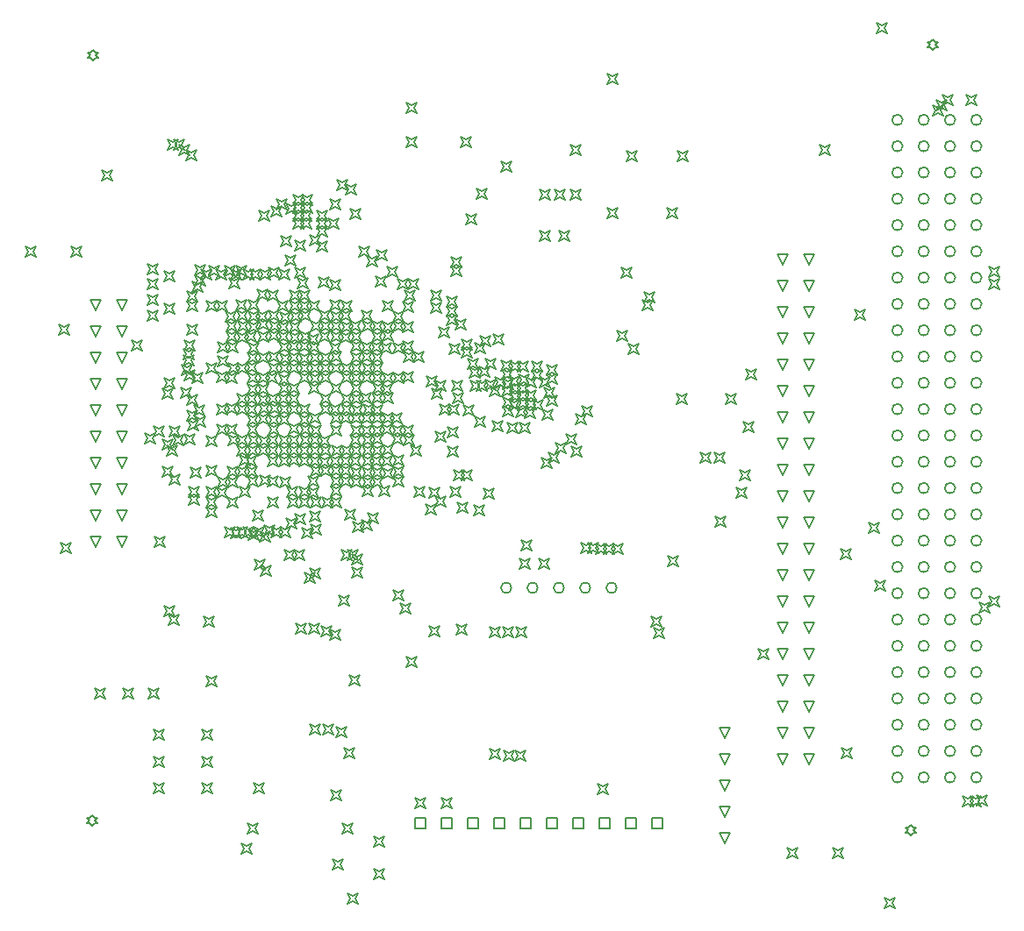
<source format=gbr>
%TF.GenerationSoftware,Altium Limited,Altium Designer,21.6.1 (37)*%
G04 Layer_Color=2752767*
%FSLAX45Y45*%
%MOMM*%
%TF.SameCoordinates,16E63DA4-43ED-4674-A1E0-7AC0996D3122*%
%TF.FilePolarity,Positive*%
%TF.FileFunction,Drawing*%
%TF.Part,Single*%
G01*
G75*
%TA.AperFunction,NonConductor*%
%ADD96C,0.12700*%
%ADD158C,0.16933*%
D96*
X8251571Y3345089D02*
X8251571Y3446689D01*
X8353171Y3446689D01*
X8353171Y3345089D01*
X8251571Y3345089D01*
X7997571Y3345089D02*
X7997571Y3446689D01*
X8099171Y3446689D01*
X8099171Y3345089D01*
X7997571Y3345089D01*
X7489571Y3345089D02*
X7489571Y3446689D01*
X7591171Y3446689D01*
X7591171Y3345089D01*
X7489571Y3345089D01*
X6981571Y3345089D02*
X6981571Y3446689D01*
X7083171Y3446689D01*
X7083171Y3345089D01*
X6981571Y3345089D01*
X6473571Y3345089D02*
X6473571Y3446689D01*
X6575171Y3446689D01*
X6575171Y3345089D01*
X6473571Y3345089D01*
X6727571Y3345089D02*
X6727571Y3446689D01*
X6829171Y3446689D01*
X6829171Y3345089D01*
X6727571Y3345089D01*
X7235571Y3345089D02*
X7235571Y3446689D01*
X7337171Y3446689D01*
X7337171Y3345089D01*
X7235571Y3345089D01*
X7743571Y3345089D02*
X7743571Y3446689D01*
X7845171Y3446689D01*
X7845171Y3345089D01*
X7743571Y3345089D01*
X8505571Y3345089D02*
X8505571Y3446689D01*
X8607171Y3446689D01*
X8607171Y3345089D01*
X8505571Y3345089D01*
X8759571Y3345089D02*
X8759571Y3446689D01*
X8861171Y3446689D01*
X8861171Y3345089D01*
X8759571Y3345089D01*
X9459628Y3956865D02*
X9408828Y4058465D01*
X9510428Y4058465D01*
X9459628Y3956865D01*
X9459628Y3194865D02*
X9408828Y3296465D01*
X9510428Y3296465D01*
X9459628Y3194865D01*
X9459628Y3448865D02*
X9408828Y3550465D01*
X9510428Y3550465D01*
X9459628Y3448865D01*
X9459628Y3702865D02*
X9408828Y3804465D01*
X9510428Y3804465D01*
X9459628Y3702865D01*
X9459628Y4210865D02*
X9408828Y4312465D01*
X9510428Y4312465D01*
X9459628Y4210865D01*
X10274300Y3962400D02*
X10223500Y4064000D01*
X10325100Y4064000D01*
X10274300Y3962400D01*
X10020300Y3962400D02*
X9969500Y4064000D01*
X10071100Y4064000D01*
X10020300Y3962400D01*
X10274300Y4216400D02*
X10223500Y4318000D01*
X10325100Y4318000D01*
X10274300Y4216400D01*
X10020300Y4216400D02*
X9969500Y4318000D01*
X10071100Y4318000D01*
X10020300Y4216400D01*
X10274300Y4470400D02*
X10223500Y4572000D01*
X10325100Y4572000D01*
X10274300Y4470400D01*
X10020300Y4470400D02*
X9969500Y4572000D01*
X10071100Y4572000D01*
X10020300Y4470400D01*
X10274300Y4724400D02*
X10223500Y4826000D01*
X10325100Y4826000D01*
X10274300Y4724400D01*
X10020300Y4724400D02*
X9969500Y4826000D01*
X10071100Y4826000D01*
X10020300Y4724400D01*
X10274300Y4978400D02*
X10223500Y5080000D01*
X10325100Y5080000D01*
X10274300Y4978400D01*
X10020300Y4978400D02*
X9969500Y5080000D01*
X10071100Y5080000D01*
X10020300Y4978400D01*
X10274300Y5232400D02*
X10223500Y5334000D01*
X10325100Y5334000D01*
X10274300Y5232400D01*
X10020300Y5232400D02*
X9969500Y5334000D01*
X10071100Y5334000D01*
X10020300Y5232400D01*
X10274300Y5486400D02*
X10223500Y5588000D01*
X10325100Y5588000D01*
X10274300Y5486400D01*
X10020300Y5486400D02*
X9969500Y5588000D01*
X10071100Y5588000D01*
X10020300Y5486400D01*
X10274300Y5740400D02*
X10223500Y5842000D01*
X10325100Y5842000D01*
X10274300Y5740400D01*
X10020300Y5740400D02*
X9969500Y5842000D01*
X10071100Y5842000D01*
X10020300Y5740400D01*
X10274300Y5994400D02*
X10223500Y6096000D01*
X10325100Y6096000D01*
X10274300Y5994400D01*
X10020300Y5994400D02*
X9969500Y6096000D01*
X10071100Y6096000D01*
X10020300Y5994400D01*
X10274300Y6248400D02*
X10223500Y6350000D01*
X10325100Y6350000D01*
X10274300Y6248400D01*
X10020300Y6248400D02*
X9969500Y6350000D01*
X10071100Y6350000D01*
X10020300Y6248400D01*
X10274300Y6502400D02*
X10223500Y6604000D01*
X10325100Y6604000D01*
X10274300Y6502400D01*
X10020300Y6502400D02*
X9969500Y6604000D01*
X10071100Y6604000D01*
X10020300Y6502400D01*
X10274300Y6756400D02*
X10223500Y6858000D01*
X10325100Y6858000D01*
X10274300Y6756400D01*
X10020300Y6756400D02*
X9969500Y6858000D01*
X10071100Y6858000D01*
X10020300Y6756400D01*
X10274300Y7010400D02*
X10223500Y7112000D01*
X10325100Y7112000D01*
X10274300Y7010400D01*
X10020300Y7010400D02*
X9969500Y7112000D01*
X10071100Y7112000D01*
X10020300Y7010400D01*
X10274300Y7264400D02*
X10223500Y7366000D01*
X10325100Y7366000D01*
X10274300Y7264400D01*
X10020300Y7264400D02*
X9969500Y7366000D01*
X10071100Y7366000D01*
X10020300Y7264400D01*
X10274300Y7518400D02*
X10223500Y7620000D01*
X10325100Y7620000D01*
X10274300Y7518400D01*
X10020300Y7518400D02*
X9969500Y7620000D01*
X10071100Y7620000D01*
X10020300Y7518400D01*
X10274300Y7772400D02*
X10223500Y7874000D01*
X10325100Y7874000D01*
X10274300Y7772400D01*
X10020300Y7772400D02*
X9969500Y7874000D01*
X10071100Y7874000D01*
X10020300Y7772400D01*
X10274300Y8026400D02*
X10223500Y8128000D01*
X10325100Y8128000D01*
X10274300Y8026400D01*
X10020300Y8026400D02*
X9969500Y8128000D01*
X10071100Y8128000D01*
X10020300Y8026400D01*
X10274300Y8280400D02*
X10223500Y8382000D01*
X10325100Y8382000D01*
X10274300Y8280400D01*
X10020300Y8280400D02*
X9969500Y8382000D01*
X10071100Y8382000D01*
X10020300Y8280400D01*
X10274300Y8534400D02*
X10223500Y8636000D01*
X10325100Y8636000D01*
X10274300Y8534400D01*
X10020300Y8534400D02*
X9969500Y8636000D01*
X10071100Y8636000D01*
X10020300Y8534400D01*
X10274300Y8788400D02*
X10223500Y8890000D01*
X10325100Y8890000D01*
X10274300Y8788400D01*
X10020300Y8788400D02*
X9969500Y8890000D01*
X10071100Y8890000D01*
X10020300Y8788400D01*
X3390900Y8343900D02*
X3340100Y8445500D01*
X3441700Y8445500D01*
X3390900Y8343900D01*
X3644900Y8343900D02*
X3594100Y8445500D01*
X3695700Y8445500D01*
X3644900Y8343900D01*
X3390900Y8089900D02*
X3340100Y8191500D01*
X3441700Y8191500D01*
X3390900Y8089900D01*
X3644900Y8089900D02*
X3594100Y8191500D01*
X3695700Y8191500D01*
X3644900Y8089900D01*
X3390900Y7835900D02*
X3340100Y7937500D01*
X3441700Y7937500D01*
X3390900Y7835900D01*
X3644900Y7835900D02*
X3594100Y7937500D01*
X3695700Y7937500D01*
X3644900Y7835900D01*
X3390900Y7581900D02*
X3340100Y7683500D01*
X3441700Y7683500D01*
X3390900Y7581900D01*
X3644900Y7581900D02*
X3594100Y7683500D01*
X3695700Y7683500D01*
X3644900Y7581900D01*
X3390900Y7327900D02*
X3340100Y7429500D01*
X3441700Y7429500D01*
X3390900Y7327900D01*
X3644900Y7327900D02*
X3594100Y7429500D01*
X3695700Y7429500D01*
X3644900Y7327900D01*
X3390900Y7073900D02*
X3340100Y7175500D01*
X3441700Y7175500D01*
X3390900Y7073900D01*
X3644900Y7073900D02*
X3594100Y7175500D01*
X3695700Y7175500D01*
X3644900Y7073900D01*
X3390900Y6819900D02*
X3340100Y6921500D01*
X3441700Y6921500D01*
X3390900Y6819900D01*
X3644900Y6819900D02*
X3594100Y6921500D01*
X3695700Y6921500D01*
X3644900Y6819900D01*
X3390900Y6565900D02*
X3340100Y6667500D01*
X3441700Y6667500D01*
X3390900Y6565900D01*
X3644900Y6565900D02*
X3594100Y6667500D01*
X3695700Y6667500D01*
X3644900Y6565900D01*
X3390900Y6311900D02*
X3340100Y6413500D01*
X3441700Y6413500D01*
X3390900Y6311900D01*
X3644900Y6311900D02*
X3594100Y6413500D01*
X3695700Y6413500D01*
X3644900Y6311900D01*
X3390900Y6057900D02*
X3340100Y6159500D01*
X3441700Y6159500D01*
X3390900Y6057900D01*
X3644900Y6057900D02*
X3594100Y6159500D01*
X3695700Y6159500D01*
X3644900Y6057900D01*
X3365500Y10756900D02*
X3390900Y10782300D01*
X3416300Y10782300D01*
X3390900Y10807700D01*
X3416300Y10833100D01*
X3390900Y10833100D01*
X3365500Y10858500D01*
X3340100Y10833100D01*
X3314700Y10833100D01*
X3340100Y10807700D01*
X3314700Y10782300D01*
X3340100Y10782300D01*
X3365500Y10756900D01*
X11468100Y10858500D02*
X11493500Y10883900D01*
X11518900Y10883900D01*
X11493500Y10909300D01*
X11518900Y10934700D01*
X11493500Y10934700D01*
X11468100Y10960100D01*
X11442700Y10934700D01*
X11417300Y10934700D01*
X11442700Y10909300D01*
X11417300Y10883900D01*
X11442700Y10883900D01*
X11468100Y10858500D01*
X11252200Y3276600D02*
X11277600Y3302000D01*
X11303000Y3302000D01*
X11277600Y3327400D01*
X11303000Y3352800D01*
X11277600Y3352800D01*
X11252200Y3378200D01*
X11226800Y3352800D01*
X11201400Y3352800D01*
X11226800Y3327400D01*
X11201400Y3302000D01*
X11226800Y3302000D01*
X11252200Y3276600D01*
X3352800Y3365500D02*
X3378200Y3390900D01*
X3403600Y3390900D01*
X3378200Y3416300D01*
X3403600Y3441700D01*
X3378200Y3441700D01*
X3352800Y3467100D01*
X3327400Y3441700D01*
X3302000Y3441700D01*
X3327400Y3416300D01*
X3302000Y3390900D01*
X3327400Y3390900D01*
X3352800Y3365500D01*
X4798339Y3097001D02*
X4823739Y3147801D01*
X4798339Y3198601D01*
X4849139Y3173201D01*
X4899939Y3198601D01*
X4874539Y3147801D01*
X4899939Y3097001D01*
X4849139Y3122401D01*
X4798339Y3097001D01*
X5770273Y3292001D02*
X5795673Y3342801D01*
X5770273Y3393601D01*
X5821073Y3368201D01*
X5871873Y3393601D01*
X5846473Y3342801D01*
X5871873Y3292001D01*
X5821073Y3317401D01*
X5770273Y3292001D01*
X4853340Y3292006D02*
X4878740Y3342806D01*
X4853340Y3393606D01*
X4904140Y3368206D01*
X4954940Y3393606D01*
X4929540Y3342806D01*
X4954940Y3292006D01*
X4904140Y3317406D01*
X4853340Y3292006D01*
X11828848Y3557846D02*
X11854248Y3608646D01*
X11828848Y3659446D01*
X11879648Y3634046D01*
X11930448Y3659446D01*
X11905048Y3608646D01*
X11930448Y3557846D01*
X11879648Y3583246D01*
X11828848Y3557846D01*
X11891201Y3560094D02*
X11916601Y3610894D01*
X11891201Y3661694D01*
X11942001Y3636294D01*
X11992801Y3661694D01*
X11967401Y3610894D01*
X11992801Y3560094D01*
X11942001Y3585494D01*
X11891201Y3560094D01*
X11001666Y2572106D02*
X11027066Y2622906D01*
X11001666Y2673706D01*
X11052466Y2648306D01*
X11103266Y2673706D01*
X11077866Y2622906D01*
X11103266Y2572106D01*
X11052466Y2597506D01*
X11001666Y2572106D01*
X6667264Y6448024D02*
X6692664Y6498824D01*
X6667264Y6549624D01*
X6718064Y6524224D01*
X6768864Y6549624D01*
X6743464Y6498824D01*
X6768864Y6448024D01*
X6718064Y6473424D01*
X6667264Y6448024D01*
X7315108Y7587042D02*
X7340508Y7637842D01*
X7315108Y7688642D01*
X7365908Y7663242D01*
X7416708Y7688642D01*
X7391308Y7637842D01*
X7416708Y7587042D01*
X7365908Y7612442D01*
X7315108Y7587042D01*
X7308548Y7679202D02*
X7333948Y7730002D01*
X7308548Y7780802D01*
X7359348Y7755402D01*
X7410148Y7780802D01*
X7384748Y7730002D01*
X7410148Y7679202D01*
X7359348Y7704602D01*
X7308548Y7679202D01*
X7243596Y7598224D02*
X7268996Y7649024D01*
X7243596Y7699824D01*
X7294396Y7674424D01*
X7345196Y7699824D01*
X7319796Y7649024D01*
X7345196Y7598224D01*
X7294396Y7623624D01*
X7243596Y7598224D01*
X7147539Y7578276D02*
X7172939Y7629076D01*
X7147539Y7679876D01*
X7198339Y7654476D01*
X7249139Y7679876D01*
X7223739Y7629076D01*
X7249139Y7578276D01*
X7198339Y7603676D01*
X7147539Y7578276D01*
X7384064Y7538891D02*
X7409464Y7589691D01*
X7384064Y7640491D01*
X7434864Y7615091D01*
X7485664Y7640491D01*
X7460264Y7589691D01*
X7485664Y7538891D01*
X7434864Y7564291D01*
X7384064Y7538891D01*
X7379577Y7609201D02*
X7404977Y7660001D01*
X7379577Y7710801D01*
X7430377Y7685401D01*
X7481177Y7710801D01*
X7455777Y7660001D01*
X7481177Y7609201D01*
X7430377Y7634601D01*
X7379577Y7609201D01*
X7004773Y7568562D02*
X7030173Y7619362D01*
X7004773Y7670162D01*
X7055573Y7644762D01*
X7106373Y7670162D01*
X7080973Y7619362D01*
X7106373Y7568562D01*
X7055573Y7593962D01*
X7004773Y7568562D01*
X7064689Y7565399D02*
X7090089Y7616199D01*
X7064689Y7666999D01*
X7115489Y7641599D01*
X7166289Y7666999D01*
X7140889Y7616199D01*
X7166289Y7565399D01*
X7115489Y7590799D01*
X7064689Y7565399D01*
X7147405Y7782715D02*
X7172805Y7833515D01*
X7147405Y7884315D01*
X7198205Y7858915D01*
X7249005Y7884315D01*
X7223605Y7833515D01*
X7249005Y7782715D01*
X7198205Y7808115D01*
X7147405Y7782715D01*
X7093771Y7699028D02*
X7119171Y7749828D01*
X7093771Y7800628D01*
X7144571Y7775228D01*
X7195371Y7800628D01*
X7169971Y7749828D01*
X7195371Y7699028D01*
X7144571Y7724428D01*
X7093771Y7699028D01*
X6923706Y7885239D02*
X6949106Y7936039D01*
X6923706Y7986839D01*
X6974506Y7961439D01*
X7025306Y7986839D01*
X6999906Y7936039D01*
X7025306Y7885239D01*
X6974506Y7910639D01*
X6923706Y7885239D01*
X7094361Y8000944D02*
X7119761Y8051744D01*
X7094361Y8102544D01*
X7145161Y8077144D01*
X7195961Y8102544D01*
X7170561Y8051744D01*
X7195961Y8000944D01*
X7145161Y8026344D01*
X7094361Y8000944D01*
X7044863Y7929799D02*
X7070263Y7980599D01*
X7044863Y8031399D01*
X7095663Y8005999D01*
X7146463Y8031399D01*
X7121063Y7980599D01*
X7146463Y7929799D01*
X7095663Y7955199D01*
X7044863Y7929799D01*
X6923706Y7964799D02*
X6949106Y8015599D01*
X6923706Y8066399D01*
X6974506Y8040999D01*
X7025306Y8066399D01*
X6999906Y8015599D01*
X7025306Y7964799D01*
X6974506Y7990199D01*
X6923706Y7964799D01*
X6976033Y7776763D02*
X7001433Y7827563D01*
X6976033Y7878363D01*
X7026833Y7852963D01*
X7077633Y7878363D01*
X7052233Y7827563D01*
X7077633Y7776763D01*
X7026833Y7802163D01*
X6976033Y7776763D01*
X6993142Y7691071D02*
X7018542Y7741871D01*
X6993142Y7792671D01*
X7043942Y7767271D01*
X7094742Y7792671D01*
X7069342Y7741871D01*
X7094742Y7691071D01*
X7043942Y7716471D01*
X6993142Y7691071D01*
X7221800Y8012473D02*
X7247200Y8063273D01*
X7221800Y8114073D01*
X7272600Y8088673D01*
X7323400Y8114073D01*
X7298000Y8063273D01*
X7323400Y8012473D01*
X7272600Y8037873D01*
X7221800Y8012473D01*
X4753163Y8036768D02*
X4778563Y8087568D01*
X4753163Y8138368D01*
X4803963Y8112968D01*
X4854763Y8138368D01*
X4829363Y8087568D01*
X4854763Y8036768D01*
X4803963Y8062168D01*
X4753163Y8036768D01*
X5791301Y6321433D02*
X5816701Y6372233D01*
X5791301Y6423033D01*
X5842101Y6397633D01*
X5892901Y6423033D01*
X5867501Y6372233D01*
X5892901Y6321433D01*
X5842101Y6346833D01*
X5791301Y6321433D01*
X5850221Y6637298D02*
X5875621Y6688098D01*
X5850221Y6738898D01*
X5901021Y6713498D01*
X5951821Y6738898D01*
X5926421Y6688098D01*
X5951821Y6637298D01*
X5901021Y6662698D01*
X5850221Y6637298D01*
X5846546Y6839921D02*
X5871946Y6890721D01*
X5846546Y6941521D01*
X5897346Y6916121D01*
X5948146Y6941521D01*
X5922746Y6890721D01*
X5948146Y6839921D01*
X5897346Y6865321D01*
X5846546Y6839921D01*
X5850915Y6938124D02*
X5876315Y6988924D01*
X5850915Y7039724D01*
X5901715Y7014324D01*
X5952515Y7039724D01*
X5927115Y6988924D01*
X5952515Y6938124D01*
X5901715Y6963524D01*
X5850915Y6938124D01*
X5846734Y7039090D02*
X5872134Y7089890D01*
X5846734Y7140690D01*
X5897534Y7115290D01*
X5948334Y7140690D01*
X5922934Y7089890D01*
X5948334Y7039090D01*
X5897534Y7064490D01*
X5846734Y7039090D01*
X5850915Y6729803D02*
X5876315Y6780603D01*
X5850915Y6831403D01*
X5901715Y6806003D01*
X5952515Y6831403D01*
X5927115Y6780603D01*
X5952515Y6729803D01*
X5901715Y6755203D01*
X5850915Y6729803D01*
X5748165Y6839803D02*
X5773565Y6890603D01*
X5748165Y6941403D01*
X5798965Y6916003D01*
X5849765Y6941403D01*
X5824365Y6890603D01*
X5849765Y6839803D01*
X5798965Y6865203D01*
X5748165Y6839803D01*
X6156195Y6722967D02*
X6181595Y6773767D01*
X6156195Y6824567D01*
X6206995Y6799167D01*
X6257795Y6824567D01*
X6232395Y6773767D01*
X6257795Y6722967D01*
X6206995Y6748367D01*
X6156195Y6722967D01*
X6152705Y6837295D02*
X6178105Y6888095D01*
X6152705Y6938895D01*
X6203505Y6913495D01*
X6254305Y6938895D01*
X6228905Y6888095D01*
X6254305Y6837295D01*
X6203505Y6862695D01*
X6152705Y6837295D01*
X6257692Y6845734D02*
X6283092Y6896534D01*
X6257692Y6947334D01*
X6308492Y6921934D01*
X6359292Y6947334D01*
X6333892Y6896534D01*
X6359292Y6845734D01*
X6308492Y6871134D01*
X6257692Y6845734D01*
X7688513Y6825138D02*
X7713913Y6875938D01*
X7688513Y6926738D01*
X7739313Y6901338D01*
X7790113Y6926738D01*
X7764713Y6875938D01*
X7790113Y6825138D01*
X7739313Y6850538D01*
X7688513Y6825138D01*
X7319027Y7320096D02*
X7344427Y7370896D01*
X7319027Y7421696D01*
X7369827Y7396296D01*
X7420627Y7421696D01*
X7395227Y7370896D01*
X7420627Y7320096D01*
X7369827Y7345496D01*
X7319027Y7320096D01*
X7316592Y7406054D02*
X7341992Y7456854D01*
X7316592Y7507654D01*
X7367392Y7482254D01*
X7418192Y7507654D01*
X7392792Y7456854D01*
X7418192Y7406054D01*
X7367392Y7431454D01*
X7316592Y7406054D01*
X7379558Y7379773D02*
X7404958Y7430573D01*
X7379558Y7481373D01*
X7430358Y7455973D01*
X7481158Y7481373D01*
X7455758Y7430573D01*
X7481158Y7379773D01*
X7430358Y7405173D01*
X7379558Y7379773D01*
X7384064Y7464773D02*
X7409464Y7515573D01*
X7384064Y7566373D01*
X7434864Y7540973D01*
X7485664Y7566373D01*
X7460264Y7515573D01*
X7485664Y7464773D01*
X7434864Y7490173D01*
X7384064Y7464773D01*
X7540117Y7476371D02*
X7565517Y7527171D01*
X7540117Y7577971D01*
X7590917Y7552571D01*
X7641717Y7577971D01*
X7616317Y7527171D01*
X7641717Y7476371D01*
X7590917Y7501771D01*
X7540117Y7476371D01*
X7536805Y7391371D02*
X7562205Y7442171D01*
X7536805Y7492971D01*
X7587605Y7467571D01*
X7638405Y7492971D01*
X7613005Y7442171D01*
X7638405Y7391371D01*
X7587605Y7416771D01*
X7536805Y7391371D01*
X7737846Y7720382D02*
X7763246Y7771182D01*
X7737846Y7821982D01*
X7788646Y7796582D01*
X7839446Y7821982D01*
X7814046Y7771182D01*
X7839446Y7720382D01*
X7788646Y7745782D01*
X7737846Y7720382D01*
X7737846Y7635382D02*
X7763246Y7686182D01*
X7737846Y7736982D01*
X7788646Y7711582D01*
X7839446Y7736982D01*
X7814046Y7686182D01*
X7839446Y7635382D01*
X7788646Y7660782D01*
X7737846Y7635382D01*
X7673927Y7603952D02*
X7699327Y7654752D01*
X7673927Y7705552D01*
X7724727Y7680152D01*
X7775527Y7705552D01*
X7750127Y7654752D01*
X7775527Y7603952D01*
X7724727Y7629352D01*
X7673927Y7603952D01*
X7737846Y7419198D02*
X7763246Y7469998D01*
X7737846Y7520798D01*
X7788646Y7495398D01*
X7839446Y7520798D01*
X7814046Y7469998D01*
X7839446Y7419198D01*
X7788646Y7444598D01*
X7737846Y7419198D01*
X7606497Y7381700D02*
X7631897Y7432500D01*
X7606497Y7483300D01*
X7657297Y7457900D01*
X7708097Y7483300D01*
X7682697Y7432500D01*
X7708097Y7381700D01*
X7657297Y7407100D01*
X7606497Y7381700D01*
X7716939Y7495457D02*
X7742339Y7546257D01*
X7716939Y7597057D01*
X7767739Y7571657D01*
X7818539Y7597057D01*
X7793139Y7546257D01*
X7818539Y7495457D01*
X7767739Y7520857D01*
X7716939Y7495457D01*
X7695169Y7291788D02*
X7720569Y7342588D01*
X7695169Y7393388D01*
X7745969Y7367988D01*
X7796769Y7393388D01*
X7771369Y7342588D01*
X7796769Y7291788D01*
X7745969Y7317188D01*
X7695169Y7291788D01*
X7536493Y7599509D02*
X7561893Y7650309D01*
X7536493Y7701109D01*
X7587293Y7675709D01*
X7638093Y7701109D01*
X7612693Y7650309D01*
X7638093Y7599509D01*
X7587293Y7624909D01*
X7536493Y7599509D01*
X7527860Y7305970D02*
X7553260Y7356770D01*
X7527860Y7407570D01*
X7578660Y7382170D01*
X7629460Y7407570D01*
X7604060Y7356770D01*
X7629460Y7305970D01*
X7578660Y7331370D01*
X7527860Y7305970D01*
X7465290Y7401849D02*
X7490690Y7452649D01*
X7465290Y7503449D01*
X7516090Y7478049D01*
X7566890Y7503449D01*
X7541490Y7452649D01*
X7566890Y7401849D01*
X7516090Y7427249D01*
X7465290Y7401849D01*
X6934617Y7332242D02*
X6960017Y7383042D01*
X6934617Y7433842D01*
X6985417Y7408442D01*
X7036217Y7433842D01*
X7010817Y7383042D01*
X7036217Y7332242D01*
X6985417Y7357642D01*
X6934617Y7332242D01*
X7442860Y7313620D02*
X7468260Y7364420D01*
X7442860Y7415220D01*
X7493660Y7389820D01*
X7544460Y7415220D01*
X7519060Y7364420D01*
X7544460Y7313620D01*
X7493660Y7339020D01*
X7442860Y7313620D01*
X7303828Y7758407D02*
X7329228Y7809207D01*
X7303828Y7860007D01*
X7354628Y7834607D01*
X7405428Y7860007D01*
X7380028Y7809207D01*
X7405428Y7758407D01*
X7354628Y7783807D01*
X7303828Y7758407D01*
X7388828Y7750957D02*
X7414228Y7801757D01*
X7388828Y7852557D01*
X7439628Y7827157D01*
X7490428Y7852557D01*
X7465028Y7801757D01*
X7490428Y7750957D01*
X7439628Y7776357D01*
X7388828Y7750957D01*
X6621711Y8321244D02*
X6647111Y8372044D01*
X6621711Y8422844D01*
X6672511Y8397444D01*
X6723311Y8422844D01*
X6697911Y8372044D01*
X6723311Y8321244D01*
X6672511Y8346644D01*
X6621711Y8321244D01*
X6203337Y8667538D02*
X6228737Y8718338D01*
X6203337Y8769138D01*
X6254137Y8743738D01*
X6304937Y8769138D01*
X6279537Y8718338D01*
X6304937Y8667538D01*
X6254137Y8692938D01*
X6203337Y8667538D01*
X6258564Y6734862D02*
X6283964Y6785662D01*
X6258564Y6836462D01*
X6309364Y6811062D01*
X6360164Y6836462D01*
X6334764Y6785662D01*
X6360164Y6734862D01*
X6309364Y6760262D01*
X6258564Y6734862D01*
X5752709Y6742831D02*
X5778109Y6793631D01*
X5752709Y6844431D01*
X5803509Y6819031D01*
X5854309Y6844431D01*
X5828909Y6793631D01*
X5854309Y6742831D01*
X5803509Y6768231D01*
X5752709Y6742831D01*
X5966008Y6842298D02*
X5991408Y6893098D01*
X5966008Y6943898D01*
X6016808Y6918498D01*
X6067608Y6943898D01*
X6042208Y6893098D01*
X6067608Y6842298D01*
X6016808Y6867698D01*
X5966008Y6842298D01*
X5653695Y6839798D02*
X5679095Y6890598D01*
X5653695Y6941398D01*
X5704495Y6915998D01*
X5755295Y6941398D01*
X5729895Y6890598D01*
X5755295Y6839798D01*
X5704495Y6865198D01*
X5653695Y6839798D01*
X4851528Y6639995D02*
X4876928Y6690795D01*
X4851528Y6741595D01*
X4902328Y6716195D01*
X4953128Y6741595D01*
X4927728Y6690795D01*
X4953128Y6639995D01*
X4902328Y6665395D01*
X4851528Y6639995D01*
X4953362Y7242372D02*
X4978762Y7293172D01*
X4953362Y7343972D01*
X5004162Y7318572D01*
X5054962Y7343972D01*
X5029562Y7293172D01*
X5054962Y7242372D01*
X5004162Y7267772D01*
X4953362Y7242372D01*
X4966687Y7344646D02*
X4992087Y7395446D01*
X4966687Y7446246D01*
X5017487Y7420846D01*
X5068287Y7446246D01*
X5042887Y7395446D01*
X5068287Y7344646D01*
X5017487Y7370046D01*
X4966687Y7344646D01*
X5053017Y7443337D02*
X5078417Y7494137D01*
X5053017Y7544937D01*
X5103817Y7519537D01*
X5154617Y7544937D01*
X5129217Y7494137D01*
X5154617Y7443337D01*
X5103817Y7468737D01*
X5053017Y7443337D01*
X4953362Y7433002D02*
X4978762Y7483802D01*
X4953362Y7534602D01*
X5004162Y7509202D01*
X5054962Y7534602D01*
X5029562Y7483802D01*
X5054962Y7433002D01*
X5004162Y7458402D01*
X4953362Y7433002D01*
X5352271Y7948427D02*
X5377671Y7999227D01*
X5352271Y8050027D01*
X5403071Y8024627D01*
X5453871Y8050027D01*
X5428471Y7999227D01*
X5453871Y7948427D01*
X5403071Y7973827D01*
X5352271Y7948427D01*
X4866239Y8235534D02*
X4891639Y8286334D01*
X4866239Y8337134D01*
X4917039Y8311734D01*
X4967839Y8337134D01*
X4942439Y8286334D01*
X4967839Y8235534D01*
X4917039Y8260934D01*
X4866239Y8235534D01*
X4756239Y8247961D02*
X4781639Y8298761D01*
X4756239Y8349561D01*
X4807039Y8324161D01*
X4857839Y8349561D01*
X4832439Y8298761D01*
X4857839Y8247961D01*
X4807039Y8273361D01*
X4756239Y8247961D01*
X4748504Y8344946D02*
X4773904Y8395746D01*
X4748504Y8446546D01*
X4799304Y8421146D01*
X4850104Y8446546D01*
X4824704Y8395746D01*
X4850104Y8344946D01*
X4799304Y8370346D01*
X4748504Y8344946D01*
X4863080Y8341817D02*
X4888480Y8392617D01*
X4863080Y8443417D01*
X4913880Y8418017D01*
X4964680Y8443417D01*
X4939280Y8392617D01*
X4964680Y8341817D01*
X4913880Y8367217D01*
X4863080Y8341817D01*
X4839364Y8039798D02*
X4864764Y8090599D01*
X4839364Y8141398D01*
X4890164Y8115998D01*
X4940964Y8141398D01*
X4915564Y8090599D01*
X4940964Y8039798D01*
X4890164Y8065198D01*
X4839364Y8039798D01*
X5058999Y8048620D02*
X5084399Y8099420D01*
X5058999Y8150220D01*
X5109799Y8124820D01*
X5160599Y8150220D01*
X5135199Y8099420D01*
X5160599Y8048620D01*
X5109799Y8074020D01*
X5058999Y8048620D01*
X4956198Y8156632D02*
X4981598Y8207432D01*
X4956198Y8258232D01*
X5006998Y8232832D01*
X5057798Y8258232D01*
X5032398Y8207432D01*
X5057798Y8156632D01*
X5006998Y8182032D01*
X4956198Y8156632D01*
X5066198Y8140985D02*
X5091598Y8191785D01*
X5066198Y8242585D01*
X5116998Y8217185D01*
X5167798Y8242585D01*
X5142398Y8191785D01*
X5167798Y8140985D01*
X5116998Y8166385D01*
X5066198Y8140985D01*
X5273031Y8239798D02*
X5298431Y8290598D01*
X5273031Y8341398D01*
X5323831Y8315998D01*
X5374631Y8341398D01*
X5349231Y8290598D01*
X5374631Y8239798D01*
X5323831Y8265198D01*
X5273031Y8239798D01*
X5438655Y8018815D02*
X5464055Y8069615D01*
X5438655Y8120415D01*
X5489455Y8095015D01*
X5540255Y8120415D01*
X5514855Y8069615D01*
X5540255Y8018815D01*
X5489455Y8044215D01*
X5438655Y8018815D01*
X5656229Y8038631D02*
X5681629Y8089431D01*
X5656229Y8140231D01*
X5707029Y8114831D01*
X5757829Y8140231D01*
X5732429Y8089431D01*
X5757829Y8038631D01*
X5707029Y8064031D01*
X5656229Y8038631D01*
X5647922Y7931952D02*
X5673322Y7982752D01*
X5647922Y8033552D01*
X5698722Y8008152D01*
X5749522Y8033552D01*
X5724122Y7982752D01*
X5749522Y7931952D01*
X5698722Y7957352D01*
X5647922Y7931952D01*
X5659764Y7846952D02*
X5685164Y7897752D01*
X5659764Y7948552D01*
X5710564Y7923152D01*
X5761364Y7948552D01*
X5735964Y7897752D01*
X5761364Y7846952D01*
X5710564Y7872352D01*
X5659764Y7846952D01*
X6066793Y7542299D02*
X6092193Y7593099D01*
X6066793Y7643899D01*
X6117593Y7618499D01*
X6168393Y7643899D01*
X6142993Y7593099D01*
X6168393Y7542299D01*
X6117593Y7567699D01*
X6066793Y7542299D01*
X5959734Y7736266D02*
X5985134Y7787066D01*
X5959734Y7837866D01*
X6010534Y7812466D01*
X6061334Y7837866D01*
X6035934Y7787066D01*
X6061334Y7736266D01*
X6010534Y7761666D01*
X5959734Y7736266D01*
X6051318Y7940987D02*
X6076718Y7991787D01*
X6051318Y8042587D01*
X6102118Y8017187D01*
X6152918Y8042587D01*
X6127518Y7991787D01*
X6152918Y7940987D01*
X6102118Y7966387D01*
X6051318Y7940987D01*
X6156198Y8047260D02*
X6181598Y8098060D01*
X6156198Y8148860D01*
X6206998Y8123460D01*
X6257798Y8148860D01*
X6232398Y8098060D01*
X6257798Y8047260D01*
X6206998Y8072660D01*
X6156198Y8047260D01*
X6584720Y7605194D02*
X6610120Y7655994D01*
X6584720Y7706794D01*
X6635520Y7681394D01*
X6686320Y7706794D01*
X6660920Y7655994D01*
X6686320Y7605194D01*
X6635520Y7630594D01*
X6584720Y7605194D01*
X6706750Y7340833D02*
X6732150Y7391633D01*
X6706750Y7442433D01*
X6757550Y7417033D01*
X6808350Y7442433D01*
X6782950Y7391633D01*
X6808350Y7340833D01*
X6757550Y7366233D01*
X6706750Y7340833D01*
X6786750Y6929801D02*
X6812150Y6980601D01*
X6786750Y7031401D01*
X6837550Y7006001D01*
X6888350Y7031401D01*
X6862950Y6980601D01*
X6888350Y6929801D01*
X6837550Y6955201D01*
X6786750Y6929801D01*
X7499301Y6023993D02*
X7524701Y6074793D01*
X7499301Y6125593D01*
X7550101Y6100193D01*
X7600901Y6125593D01*
X7575501Y6074793D01*
X7600901Y6023993D01*
X7550101Y6049393D01*
X7499301Y6023993D01*
X6324407Y5418390D02*
X6349807Y5469190D01*
X6324407Y5519990D01*
X6375207Y5494590D01*
X6426007Y5519990D01*
X6400607Y5469190D01*
X6426007Y5418390D01*
X6375207Y5443790D01*
X6324407Y5418390D01*
X5447848Y5220846D02*
X5473248Y5271646D01*
X5447848Y5322446D01*
X5498648Y5297046D01*
X5549448Y5322446D01*
X5524048Y5271646D01*
X5549448Y5220846D01*
X5498648Y5246246D01*
X5447848Y5220846D01*
X12007572Y8548837D02*
X12032972Y8599637D01*
X12007572Y8650437D01*
X12058372Y8625037D01*
X12109172Y8650437D01*
X12083772Y8599637D01*
X12109172Y8548837D01*
X12058372Y8574237D01*
X12007572Y8548837D01*
X6459877Y6539799D02*
X6485277Y6590599D01*
X6459877Y6641399D01*
X6510677Y6615999D01*
X6561477Y6641399D01*
X6536077Y6590599D01*
X6561477Y6539799D01*
X6510677Y6565199D01*
X6459877Y6539799D01*
X6356193Y7135818D02*
X6381593Y7186618D01*
X6356193Y7237418D01*
X6406993Y7212018D01*
X6457793Y7237418D01*
X6432393Y7186618D01*
X6457793Y7135818D01*
X6406993Y7161218D01*
X6356193Y7135818D01*
X6161195Y6945086D02*
X6186595Y6995886D01*
X6161195Y7046686D01*
X6211995Y7021286D01*
X6262795Y7046686D01*
X6237395Y6995886D01*
X6262795Y6945086D01*
X6211995Y6970486D01*
X6161195Y6945086D01*
X6252788Y7046998D02*
X6278188Y7097798D01*
X6252788Y7148598D01*
X6303588Y7123198D01*
X6354388Y7148598D01*
X6328988Y7097798D01*
X6354388Y7046998D01*
X6303588Y7072398D01*
X6252788Y7046998D01*
X6358695Y7042298D02*
X6384095Y7093098D01*
X6358695Y7143898D01*
X6409495Y7118498D01*
X6460295Y7143898D01*
X6434895Y7093098D01*
X6460295Y7042298D01*
X6409495Y7067698D01*
X6358695Y7042298D01*
X5667896Y6939798D02*
X5693296Y6990598D01*
X5667896Y7041398D01*
X5718696Y7015998D01*
X5769496Y7041398D01*
X5744096Y6990598D01*
X5769496Y6939798D01*
X5718696Y6965198D01*
X5667896Y6939798D01*
X5461390Y7136022D02*
X5486790Y7186822D01*
X5461390Y7237622D01*
X5512190Y7212222D01*
X5562990Y7237622D01*
X5537590Y7186822D01*
X5562990Y7136022D01*
X5512190Y7161422D01*
X5461390Y7136022D01*
X4036139Y7491150D02*
X4061539Y7541950D01*
X4036139Y7592750D01*
X4086939Y7567350D01*
X4137739Y7592750D01*
X4112339Y7541950D01*
X4137739Y7491150D01*
X4086939Y7516550D01*
X4036139Y7491150D01*
X4266975Y7432430D02*
X4292375Y7483230D01*
X4266975Y7534030D01*
X4317775Y7508630D01*
X4368575Y7534030D01*
X4343175Y7483230D01*
X4368575Y7432430D01*
X4317775Y7457830D01*
X4266975Y7432430D01*
X4208640Y7501374D02*
X4234040Y7552174D01*
X4208640Y7602974D01*
X4259440Y7577574D01*
X4310240Y7602974D01*
X4284840Y7552174D01*
X4310240Y7501374D01*
X4259440Y7526774D01*
X4208640Y7501374D01*
X4097602Y7123595D02*
X4123002Y7174395D01*
X4097602Y7225195D01*
X4148402Y7199795D01*
X4199202Y7225195D01*
X4173802Y7174395D01*
X4199202Y7123595D01*
X4148402Y7148995D01*
X4097602Y7123595D01*
X3888252Y8696620D02*
X3913652Y8747420D01*
X3888252Y8798220D01*
X3939052Y8772820D01*
X3989852Y8798220D01*
X3964452Y8747420D01*
X3989852Y8696620D01*
X3939052Y8722020D01*
X3888252Y8696620D01*
X3888252Y8546196D02*
X3913652Y8596996D01*
X3888252Y8647796D01*
X3939052Y8622396D01*
X3989852Y8647796D01*
X3964452Y8596996D01*
X3989852Y8546196D01*
X3939052Y8571596D01*
X3888252Y8546196D01*
X3888252Y8245343D02*
X3913652Y8296143D01*
X3888252Y8346943D01*
X3939052Y8321543D01*
X3989852Y8346943D01*
X3964452Y8296143D01*
X3989852Y8245343D01*
X3939052Y8270743D01*
X3888252Y8245343D01*
X3888252Y8396933D02*
X3913652Y8447733D01*
X3888252Y8498533D01*
X3939052Y8473133D01*
X3989852Y8498533D01*
X3964452Y8447733D01*
X3989852Y8396933D01*
X3939052Y8422333D01*
X3888252Y8396933D01*
X7974639Y6928437D02*
X8000039Y6979237D01*
X7974639Y7030037D01*
X8025439Y7004637D01*
X8076239Y7030037D01*
X8050839Y6979237D01*
X8076239Y6928437D01*
X8025439Y6953837D01*
X7974639Y6928437D01*
X7929639Y7052537D02*
X7955039Y7103337D01*
X7929639Y7154137D01*
X7980439Y7128737D01*
X8031239Y7154137D01*
X8005839Y7103337D01*
X8031239Y7052537D01*
X7980439Y7077937D01*
X7929639Y7052537D01*
X8024660Y7243115D02*
X8050060Y7293915D01*
X8024660Y7344715D01*
X8075460Y7319315D01*
X8126260Y7344715D01*
X8100860Y7293915D01*
X8126260Y7243115D01*
X8075460Y7268515D01*
X8024660Y7243115D01*
X7474551Y7626701D02*
X7499951Y7677501D01*
X7474551Y7728301D01*
X7525351Y7702901D01*
X7576151Y7728301D01*
X7550751Y7677501D01*
X7576151Y7626701D01*
X7525351Y7652101D01*
X7474551Y7626701D01*
X7461492Y7538891D02*
X7486892Y7589691D01*
X7461492Y7640491D01*
X7512292Y7615091D01*
X7563092Y7640491D01*
X7537692Y7589691D01*
X7563092Y7538891D01*
X7512292Y7564291D01*
X7461492Y7538891D01*
X7595950Y7667656D02*
X7621350Y7718456D01*
X7595950Y7769256D01*
X7646750Y7743856D01*
X7697550Y7769256D01*
X7672150Y7718456D01*
X7697550Y7667656D01*
X7646750Y7693056D01*
X7595950Y7667656D01*
X7599723Y7752657D02*
X7625123Y7803457D01*
X7599723Y7854257D01*
X7650523Y7828857D01*
X7701323Y7854257D01*
X7675923Y7803457D01*
X7701323Y7752657D01*
X7650523Y7778057D01*
X7599723Y7752657D01*
X7459654Y7753964D02*
X7485054Y7804764D01*
X7459654Y7855564D01*
X7510454Y7830164D01*
X7561254Y7855564D01*
X7535854Y7804764D01*
X7561254Y7753964D01*
X7510454Y7779364D01*
X7459654Y7753964D01*
X6697154Y8082837D02*
X6722554Y8133637D01*
X6697154Y8184437D01*
X6747954Y8159037D01*
X6798754Y8184437D01*
X6773354Y8133637D01*
X6798754Y8082837D01*
X6747954Y8108237D01*
X6697154Y8082837D01*
X6356198Y8332702D02*
X6381598Y8383502D01*
X6356198Y8434302D01*
X6406998Y8408902D01*
X6457798Y8434302D01*
X6432398Y8383502D01*
X6457798Y8332702D01*
X6406998Y8358102D01*
X6356198Y8332702D01*
X6369026Y8442702D02*
X6394426Y8493502D01*
X6369026Y8544302D01*
X6419826Y8518902D01*
X6470626Y8544302D01*
X6445226Y8493502D01*
X6470626Y8442702D01*
X6419826Y8468102D01*
X6369026Y8442702D01*
X6156198Y8336265D02*
X6181598Y8387065D01*
X6156198Y8437865D01*
X6206998Y8412465D01*
X6257798Y8437865D01*
X6232398Y8387065D01*
X6257798Y8336265D01*
X6206998Y8361665D01*
X6156198Y8336265D01*
X6256198Y8239801D02*
X6281598Y8290601D01*
X6256198Y8341401D01*
X6306998Y8316001D01*
X6357798Y8341401D01*
X6332398Y8290601D01*
X6357798Y8239801D01*
X6306998Y8265201D01*
X6256198Y8239801D01*
X6348970Y7654201D02*
X6374370Y7705001D01*
X6348970Y7755801D01*
X6399770Y7730401D01*
X6450570Y7755801D01*
X6425170Y7705001D01*
X6450570Y7654201D01*
X6399770Y7679601D01*
X6348970Y7654201D01*
X6153358Y7535338D02*
X6178758Y7586138D01*
X6153358Y7636938D01*
X6204158Y7611538D01*
X6254958Y7636938D01*
X6229558Y7586138D01*
X6254958Y7535338D01*
X6204158Y7560738D01*
X6153358Y7535338D01*
X6056198Y7639802D02*
X6081598Y7690602D01*
X6056198Y7741402D01*
X6106998Y7716002D01*
X6157798Y7741402D01*
X6132398Y7690602D01*
X6157798Y7639802D01*
X6106998Y7665202D01*
X6056198Y7639802D01*
X6059734Y7739799D02*
X6085134Y7790599D01*
X6059734Y7841399D01*
X6110534Y7815999D01*
X6161334Y7841399D01*
X6135934Y7790599D01*
X6161334Y7739799D01*
X6110534Y7765199D01*
X6059734Y7739799D01*
X6351867Y7946061D02*
X6377267Y7996861D01*
X6351867Y8047661D01*
X6402667Y8022261D01*
X6453467Y8047661D01*
X6428067Y7996861D01*
X6453467Y7946061D01*
X6402667Y7971461D01*
X6351867Y7946061D01*
X6453695Y7848314D02*
X6479095Y7899114D01*
X6453695Y7949914D01*
X6504495Y7924514D01*
X6555295Y7949914D01*
X6529895Y7899114D01*
X6555295Y7848314D01*
X6504495Y7873714D01*
X6453695Y7848314D01*
X6363769Y7847372D02*
X6389169Y7898172D01*
X6363769Y7948972D01*
X6414569Y7923572D01*
X6465369Y7948972D01*
X6439969Y7898172D01*
X6465369Y7847372D01*
X6414569Y7872772D01*
X6363769Y7847372D01*
X6258088Y7927654D02*
X6283488Y7978454D01*
X6258088Y8029254D01*
X6308888Y8003854D01*
X6359688Y8029254D01*
X6334288Y7978454D01*
X6359688Y7927654D01*
X6308888Y7953054D01*
X6258088Y7927654D01*
X6139434Y7932271D02*
X6164834Y7983071D01*
X6139434Y8033871D01*
X6190234Y8008471D01*
X6241034Y8033871D01*
X6215634Y7983071D01*
X6241034Y7932271D01*
X6190234Y7957671D01*
X6139434Y7932271D01*
X5962411Y8142498D02*
X5987811Y8193298D01*
X5962411Y8244098D01*
X6013211Y8218698D01*
X6064011Y8244098D01*
X6038611Y8193298D01*
X6064011Y8142498D01*
X6013211Y8167898D01*
X5962411Y8142498D01*
X5952630Y8242298D02*
X5978030Y8293098D01*
X5952630Y8343898D01*
X6003430Y8318498D01*
X6054230Y8343898D01*
X6028830Y8293098D01*
X6054230Y8242298D01*
X6003430Y8267698D01*
X5952630Y8242298D01*
X6053333Y7841438D02*
X6078733Y7892238D01*
X6053333Y7943038D01*
X6104133Y7917638D01*
X6154933Y7943038D01*
X6129533Y7892238D01*
X6154933Y7841438D01*
X6104133Y7866838D01*
X6053333Y7841438D01*
X5849939Y7946061D02*
X5875339Y7996861D01*
X5849939Y8047661D01*
X5900739Y8022261D01*
X5951539Y8047661D01*
X5926139Y7996861D01*
X5951539Y7946061D01*
X5900739Y7971461D01*
X5849939Y7946061D01*
X5856198Y7839493D02*
X5881598Y7890293D01*
X5856198Y7941093D01*
X5906998Y7915693D01*
X5957798Y7941093D01*
X5932398Y7890293D01*
X5957798Y7839493D01*
X5906998Y7864893D01*
X5856198Y7839493D01*
X5556194Y7839493D02*
X5581594Y7890293D01*
X5556194Y7941093D01*
X5606994Y7915693D01*
X5657794Y7941093D01*
X5632394Y7890293D01*
X5657794Y7839493D01*
X5606994Y7864893D01*
X5556194Y7839493D01*
X5843699Y8142566D02*
X5869099Y8193366D01*
X5843699Y8244166D01*
X5894499Y8218766D01*
X5945299Y8244166D01*
X5919899Y8193366D01*
X5945299Y8142566D01*
X5894499Y8167966D01*
X5843699Y8142566D01*
X5753896Y8036375D02*
X5779296Y8087175D01*
X5753896Y8137975D01*
X5804696Y8112575D01*
X5855496Y8137975D01*
X5830096Y8087175D01*
X5855496Y8036375D01*
X5804696Y8061775D01*
X5753896Y8036375D01*
X5661245Y8143065D02*
X5686645Y8193865D01*
X5661245Y8244665D01*
X5712045Y8219265D01*
X5762845Y8244665D01*
X5737445Y8193865D01*
X5762845Y8143065D01*
X5712045Y8168465D01*
X5661245Y8143065D01*
X5757182Y8136768D02*
X5782582Y8187568D01*
X5757182Y8238368D01*
X5807982Y8212968D01*
X5858782Y8238368D01*
X5833382Y8187568D01*
X5858782Y8136768D01*
X5807982Y8162168D01*
X5757182Y8136768D01*
X5750156Y8245843D02*
X5775556Y8296643D01*
X5750156Y8347443D01*
X5800956Y8322043D01*
X5851756Y8347443D01*
X5826356Y8296643D01*
X5851756Y8245843D01*
X5800956Y8271243D01*
X5750156Y8245843D01*
X5449364Y8340836D02*
X5474764Y8391636D01*
X5449364Y8442436D01*
X5500164Y8417036D01*
X5550964Y8442436D01*
X5525564Y8391636D01*
X5550964Y8340836D01*
X5500164Y8366236D01*
X5449364Y8340836D01*
X5259539Y8439800D02*
X5284939Y8490600D01*
X5259539Y8541400D01*
X5310339Y8516000D01*
X5361139Y8541400D01*
X5335739Y8490600D01*
X5361139Y8439800D01*
X5310339Y8465200D01*
X5259539Y8439800D01*
X5313466Y8925789D02*
X5338866Y8976589D01*
X5313466Y9027389D01*
X5364266Y9001989D01*
X5415066Y9027389D01*
X5389666Y8976589D01*
X5415066Y8925789D01*
X5364266Y8951189D01*
X5313466Y8925789D01*
X5377688Y9362138D02*
X5403088Y9412938D01*
X5377688Y9463738D01*
X5428488Y9438338D01*
X5479288Y9463738D01*
X5453888Y9412938D01*
X5479288Y9362138D01*
X5428488Y9387538D01*
X5377688Y9362138D01*
X5296039Y9363964D02*
X5321439Y9414764D01*
X5296039Y9465564D01*
X5346839Y9440164D01*
X5397639Y9465564D01*
X5372239Y9414764D01*
X5397639Y9363964D01*
X5346839Y9389364D01*
X5296039Y9363964D01*
X5055407Y8656395D02*
X5080807Y8707195D01*
X5055407Y8757995D01*
X5106207Y8732595D01*
X5157007Y8757995D01*
X5131607Y8707195D01*
X5157007Y8656395D01*
X5106207Y8681795D01*
X5055407Y8656395D01*
X4947404Y8445391D02*
X4972804Y8496191D01*
X4947404Y8546991D01*
X4998204Y8521591D01*
X5049004Y8546991D01*
X5023604Y8496191D01*
X5049004Y8445391D01*
X4998204Y8470791D01*
X4947404Y8445391D01*
X5144190Y8335467D02*
X5169590Y8386267D01*
X5144190Y8437067D01*
X5194990Y8411667D01*
X5245790Y8437067D01*
X5220390Y8386267D01*
X5245790Y8335467D01*
X5194990Y8360867D01*
X5144190Y8335467D01*
X5169174Y8229770D02*
X5194574Y8280570D01*
X5169174Y8331370D01*
X5219974Y8305970D01*
X5270774Y8331370D01*
X5245374Y8280570D01*
X5270774Y8229770D01*
X5219974Y8255170D01*
X5169174Y8229770D01*
X5060019Y8248218D02*
X5085419Y8299018D01*
X5060019Y8349818D01*
X5110819Y8324418D01*
X5161619Y8349818D01*
X5136219Y8299018D01*
X5161619Y8248218D01*
X5110819Y8273618D01*
X5060019Y8248218D01*
X5152262Y8131375D02*
X5177662Y8182175D01*
X5152262Y8232975D01*
X5203062Y8207575D01*
X5253862Y8232975D01*
X5228462Y8182175D01*
X5253862Y8131375D01*
X5203062Y8156775D01*
X5152262Y8131375D01*
X5462432Y8144058D02*
X5487832Y8194858D01*
X5462432Y8245658D01*
X5513232Y8220258D01*
X5564032Y8245658D01*
X5538632Y8194858D01*
X5564032Y8144058D01*
X5513232Y8169458D01*
X5462432Y8144058D01*
X5259730Y8135406D02*
X5285130Y8186206D01*
X5259730Y8237006D01*
X5310530Y8211606D01*
X5361330Y8237006D01*
X5335930Y8186206D01*
X5361330Y8135406D01*
X5310530Y8160806D01*
X5259730Y8135406D01*
X5448596Y7938818D02*
X5473996Y7989618D01*
X5448596Y8040418D01*
X5499396Y8015018D01*
X5550196Y8040418D01*
X5524796Y7989618D01*
X5550196Y7938818D01*
X5499396Y7964218D01*
X5448596Y7938818D01*
X5353662Y7831201D02*
X5379062Y7882001D01*
X5353662Y7932801D01*
X5404462Y7907401D01*
X5455262Y7932801D01*
X5429862Y7882001D01*
X5455262Y7831201D01*
X5404462Y7856601D01*
X5353662Y7831201D01*
X5260264Y8035675D02*
X5285664Y8086475D01*
X5260264Y8137275D01*
X5311064Y8111875D01*
X5361864Y8137275D01*
X5336464Y8086475D01*
X5361864Y8035675D01*
X5311064Y8061075D01*
X5260264Y8035675D01*
X5154953Y7939972D02*
X5180353Y7990772D01*
X5154953Y8041572D01*
X5205753Y8016172D01*
X5256553Y8041572D01*
X5231153Y7990772D01*
X5256553Y7939972D01*
X5205753Y7965372D01*
X5154953Y7939972D01*
X5166099Y7829665D02*
X5191499Y7880465D01*
X5166099Y7931265D01*
X5216899Y7905865D01*
X5267699Y7931265D01*
X5242299Y7880465D01*
X5267699Y7829665D01*
X5216899Y7855065D01*
X5166099Y7829665D01*
X5055791Y7844654D02*
X5081191Y7895454D01*
X5055791Y7946254D01*
X5106591Y7920854D01*
X5157391Y7946254D01*
X5131991Y7895454D01*
X5157391Y7844654D01*
X5106591Y7870054D01*
X5055791Y7844654D01*
X4859004Y7932285D02*
X4884404Y7983085D01*
X4859004Y8033885D01*
X4909804Y8008485D01*
X4960604Y8033885D01*
X4935204Y7983085D01*
X4960604Y7932285D01*
X4909804Y7957685D01*
X4859004Y7932285D01*
X4948695Y8236303D02*
X4974095Y8287103D01*
X4948695Y8337903D01*
X4999495Y8312503D01*
X5050295Y8337903D01*
X5024895Y8287103D01*
X5050295Y8236303D01*
X4999495Y8261703D01*
X4948695Y8236303D01*
X4862462Y8134451D02*
X4887862Y8185251D01*
X4862462Y8236051D01*
X4913262Y8210651D01*
X4964062Y8236051D01*
X4938662Y8185251D01*
X4964062Y8134451D01*
X4913262Y8159851D01*
X4862462Y8134451D01*
X4642988Y8237196D02*
X4668388Y8287996D01*
X4642988Y8338796D01*
X4693788Y8313396D01*
X4744588Y8338796D01*
X4719188Y8287996D01*
X4744588Y8237196D01*
X4693788Y8262596D01*
X4642988Y8237196D01*
X4762771Y8143832D02*
X4788171Y8194632D01*
X4762771Y8245432D01*
X4813571Y8220032D01*
X4864371Y8245432D01*
X4838971Y8194632D01*
X4864371Y8143832D01*
X4813571Y8169232D01*
X4762771Y8143832D01*
X4652771Y8139801D02*
X4678171Y8190601D01*
X4652771Y8241401D01*
X4703571Y8216001D01*
X4754371Y8241401D01*
X4728971Y8190601D01*
X4754371Y8139801D01*
X4703571Y8165201D01*
X4652771Y8139801D01*
X4663387Y7940634D02*
X4688787Y7991434D01*
X4663387Y8042234D01*
X4714187Y8016834D01*
X4764987Y8042234D01*
X4739587Y7991434D01*
X4764987Y7940634D01*
X4714187Y7966034D01*
X4663387Y7940634D01*
X4564495Y7805953D02*
X4589895Y7856753D01*
X4564495Y7907553D01*
X4615295Y7882153D01*
X4666095Y7907553D01*
X4640695Y7856753D01*
X4666095Y7805953D01*
X4615295Y7831353D01*
X4564495Y7805953D01*
X4856634Y7640436D02*
X4882034Y7691236D01*
X4856634Y7742036D01*
X4907434Y7716636D01*
X4958234Y7742036D01*
X4932834Y7691236D01*
X4958234Y7640436D01*
X4907434Y7665836D01*
X4856634Y7640436D01*
X5038045Y7643989D02*
X5063445Y7694789D01*
X5038045Y7745589D01*
X5088845Y7720189D01*
X5139645Y7745589D01*
X5114245Y7694789D01*
X5139645Y7643989D01*
X5088845Y7669389D01*
X5038045Y7643989D01*
X5156173Y7622929D02*
X5181573Y7673729D01*
X5156173Y7724529D01*
X5206973Y7699129D01*
X5257773Y7724529D01*
X5232373Y7673729D01*
X5257773Y7622929D01*
X5206973Y7648329D01*
X5156173Y7622929D01*
X5156195Y7539802D02*
X5181595Y7590602D01*
X5156195Y7641402D01*
X5206995Y7616002D01*
X5257795Y7641402D01*
X5232395Y7590602D01*
X5257795Y7539802D01*
X5206995Y7565202D01*
X5156195Y7539802D01*
X5150162Y7443337D02*
X5175562Y7494137D01*
X5150162Y7544937D01*
X5200962Y7519537D01*
X5251762Y7544937D01*
X5226362Y7494137D01*
X5251762Y7443337D01*
X5200962Y7468737D01*
X5150162Y7443337D01*
X5069899Y7349079D02*
X5095299Y7399879D01*
X5069899Y7450679D01*
X5120699Y7425279D01*
X5171499Y7450679D01*
X5146099Y7399879D01*
X5171499Y7349079D01*
X5120699Y7374479D01*
X5069899Y7349079D01*
X5056195Y7139798D02*
X5081595Y7190598D01*
X5056195Y7241398D01*
X5106995Y7215998D01*
X5157795Y7241398D01*
X5132395Y7190598D01*
X5157795Y7139798D01*
X5106995Y7165198D01*
X5056195Y7139798D01*
X5460157Y6440522D02*
X5485557Y6491322D01*
X5460157Y6542122D01*
X5510957Y6516722D01*
X5561757Y6542122D01*
X5536357Y6491322D01*
X5561757Y6440522D01*
X5510957Y6465922D01*
X5460157Y6440522D01*
X5249542Y6847516D02*
X5274942Y6898316D01*
X5249542Y6949116D01*
X5300342Y6923716D01*
X5351142Y6949116D01*
X5325742Y6898316D01*
X5351142Y6847516D01*
X5300342Y6872916D01*
X5249542Y6847516D01*
X5460485Y6745914D02*
X5485885Y6796714D01*
X5460485Y6847514D01*
X5511285Y6822114D01*
X5562085Y6847514D01*
X5536685Y6796714D01*
X5562085Y6745914D01*
X5511285Y6771314D01*
X5460485Y6745914D01*
X5546093Y6829697D02*
X5571493Y6880497D01*
X5546093Y6931297D01*
X5596893Y6905897D01*
X5647693Y6931297D01*
X5622293Y6880497D01*
X5647693Y6829697D01*
X5596893Y6855097D01*
X5546093Y6829697D01*
X5557279Y6743916D02*
X5582679Y6794716D01*
X5557279Y6845516D01*
X5608079Y6820116D01*
X5658879Y6845516D01*
X5633479Y6794716D01*
X5658879Y6743916D01*
X5608079Y6769316D01*
X5557279Y6743916D01*
X5654758Y6642065D02*
X5680158Y6692865D01*
X5654758Y6743665D01*
X5705558Y6718265D01*
X5756358Y6743665D01*
X5730958Y6692865D01*
X5756358Y6642065D01*
X5705558Y6667465D01*
X5654758Y6642065D01*
X5660598Y6744791D02*
X5685998Y6795591D01*
X5660598Y6846391D01*
X5711398Y6820991D01*
X5762198Y6846391D01*
X5736798Y6795591D01*
X5762198Y6744791D01*
X5711398Y6770191D01*
X5660598Y6744791D01*
X5748801Y6643464D02*
X5774201Y6694264D01*
X5748801Y6745064D01*
X5799601Y6719664D01*
X5850401Y6745064D01*
X5825001Y6694264D01*
X5850401Y6643464D01*
X5799601Y6668864D01*
X5748801Y6643464D01*
X5964094Y6547053D02*
X5989494Y6597853D01*
X5964094Y6648653D01*
X6014894Y6623253D01*
X6065694Y6648653D01*
X6040294Y6597853D01*
X6065694Y6547053D01*
X6014894Y6572453D01*
X5964094Y6547053D01*
X6122733Y6547477D02*
X6148133Y6598277D01*
X6122733Y6649077D01*
X6173533Y6623677D01*
X6224333Y6649077D01*
X6198933Y6598277D01*
X6224333Y6547477D01*
X6173533Y6572877D01*
X6122733Y6547477D01*
X6259311Y6644795D02*
X6284711Y6695595D01*
X6259311Y6746395D01*
X6310111Y6720995D01*
X6360911Y6746395D01*
X6335511Y6695595D01*
X6360911Y6644795D01*
X6310111Y6670195D01*
X6259311Y6644795D01*
X6059439Y6727403D02*
X6084839Y6778203D01*
X6059439Y6829003D01*
X6110239Y6803603D01*
X6161039Y6829003D01*
X6135639Y6778203D01*
X6161039Y6727403D01*
X6110239Y6752803D01*
X6059439Y6727403D01*
X6047740Y6842706D02*
X6073140Y6893506D01*
X6047740Y6944306D01*
X6098540Y6918906D01*
X6149340Y6944306D01*
X6123940Y6893506D01*
X6149340Y6842706D01*
X6098540Y6868106D01*
X6047740Y6842706D01*
X6431868Y6944031D02*
X6457268Y6994831D01*
X6431868Y7045631D01*
X6482668Y7020231D01*
X6533468Y7045631D01*
X6508068Y6994831D01*
X6533468Y6944031D01*
X6482668Y6969431D01*
X6431868Y6944031D01*
X6251394Y7133838D02*
X6276794Y7184638D01*
X6251394Y7235438D01*
X6302194Y7210038D01*
X6352994Y7235438D01*
X6327594Y7184638D01*
X6352994Y7133838D01*
X6302194Y7159238D01*
X6251394Y7133838D01*
X6151126Y7140624D02*
X6176526Y7191424D01*
X6151126Y7242224D01*
X6201926Y7216824D01*
X6252726Y7242224D01*
X6227326Y7191424D01*
X6252726Y7140624D01*
X6201926Y7166024D01*
X6151126Y7140624D01*
X6059333Y7139172D02*
X6084733Y7189972D01*
X6059333Y7240772D01*
X6110133Y7215372D01*
X6160933Y7240772D01*
X6135533Y7189972D01*
X6160933Y7139172D01*
X6110133Y7164572D01*
X6059333Y7139172D01*
X5966008Y7045248D02*
X5991408Y7096048D01*
X5966008Y7146848D01*
X6016808Y7121448D01*
X6067608Y7146848D01*
X6042208Y7096048D01*
X6067608Y7045248D01*
X6016808Y7070648D01*
X5966008Y7045248D01*
X5962881Y6731320D02*
X5988281Y6782120D01*
X5962881Y6832920D01*
X6013681Y6807520D01*
X6064481Y6832920D01*
X6039081Y6782120D01*
X6064481Y6731320D01*
X6013681Y6756720D01*
X5962881Y6731320D01*
X5966008Y6939798D02*
X5991408Y6990598D01*
X5966008Y7041398D01*
X6016808Y7015998D01*
X6067608Y7041398D01*
X6042208Y6990598D01*
X6067608Y6939798D01*
X6016808Y6965198D01*
X5966008Y6939798D01*
X5951978Y7135818D02*
X5977378Y7186618D01*
X5951978Y7237418D01*
X6002778Y7212018D01*
X6053578Y7237418D01*
X6028178Y7186618D01*
X6053578Y7135818D01*
X6002778Y7161218D01*
X5951978Y7135818D01*
X5966008Y6639799D02*
X5991408Y6690599D01*
X5966008Y6741399D01*
X6016808Y6715999D01*
X6067608Y6741399D01*
X6042208Y6690599D01*
X6067608Y6639799D01*
X6016808Y6665199D01*
X5966008Y6639799D01*
X5851468Y7136534D02*
X5876868Y7187334D01*
X5851468Y7238134D01*
X5902268Y7212734D01*
X5953068Y7238134D01*
X5927668Y7187334D01*
X5953068Y7136534D01*
X5902268Y7161934D01*
X5851468Y7136534D01*
X5860470Y7332969D02*
X5885870Y7383769D01*
X5860470Y7434569D01*
X5911270Y7409169D01*
X5962070Y7434569D01*
X5936670Y7383769D01*
X5962070Y7332969D01*
X5911270Y7358369D01*
X5860470Y7332969D01*
X5968171Y7339701D02*
X5993571Y7390501D01*
X5968171Y7441301D01*
X6018971Y7415901D01*
X6069771Y7441301D01*
X6044371Y7390501D01*
X6069771Y7339701D01*
X6018971Y7365101D01*
X5968171Y7339701D01*
X5948180Y7449797D02*
X5973580Y7500597D01*
X5948180Y7551397D01*
X5998980Y7525997D01*
X6049780Y7551397D01*
X6024380Y7500597D01*
X6049780Y7449797D01*
X5998980Y7475197D01*
X5948180Y7449797D01*
X6795774Y7339701D02*
X6821174Y7390501D01*
X6795774Y7441301D01*
X6846574Y7415901D01*
X6897374Y7441301D01*
X6871974Y7390501D01*
X6897374Y7339701D01*
X6846574Y7365101D01*
X6795774Y7339701D01*
X6838274Y7449862D02*
X6863674Y7500662D01*
X6838274Y7551462D01*
X6889074Y7526062D01*
X6939874Y7551462D01*
X6914474Y7500662D01*
X6939874Y7449862D01*
X6889074Y7475262D01*
X6838274Y7449862D01*
X7044497Y7223085D02*
X7069897Y7273885D01*
X7044497Y7324685D01*
X7095297Y7299285D01*
X7146097Y7324685D01*
X7120697Y7273885D01*
X7146097Y7223085D01*
X7095297Y7248485D01*
X7044497Y7223085D01*
X6826796Y7567568D02*
X6852196Y7618368D01*
X6826796Y7669168D01*
X6877596Y7643768D01*
X6928396Y7669168D01*
X6902996Y7618368D01*
X6928396Y7567568D01*
X6877596Y7592968D01*
X6826796Y7567568D01*
X6669250Y7567167D02*
X6694650Y7617967D01*
X6669250Y7668767D01*
X6720050Y7643367D01*
X6770850Y7668767D01*
X6745450Y7617967D01*
X6770850Y7567167D01*
X6720050Y7592567D01*
X6669250Y7567167D01*
X6628994Y7487227D02*
X6654394Y7538027D01*
X6628994Y7588827D01*
X6679794Y7563427D01*
X6730594Y7588827D01*
X6705194Y7538027D01*
X6730594Y7487227D01*
X6679794Y7512627D01*
X6628994Y7487227D01*
X7187189Y7515702D02*
X7212589Y7566502D01*
X7187189Y7617302D01*
X7237989Y7591902D01*
X7288789Y7617302D01*
X7263389Y7566502D01*
X7288789Y7515702D01*
X7237989Y7541102D01*
X7187189Y7515702D01*
X7313121Y7516703D02*
X7338521Y7567503D01*
X7313121Y7618303D01*
X7363921Y7592903D01*
X7414721Y7618303D01*
X7389321Y7567503D01*
X7414721Y7516703D01*
X7363921Y7542103D01*
X7313121Y7516703D01*
X7465136Y7476427D02*
X7490536Y7527227D01*
X7465136Y7578026D01*
X7515936Y7552627D01*
X7566736Y7578026D01*
X7541336Y7527227D01*
X7566736Y7476427D01*
X7515936Y7501826D01*
X7465136Y7476427D01*
X7220180Y7174625D02*
X7245580Y7225425D01*
X7220180Y7276225D01*
X7270980Y7250825D01*
X7321780Y7276225D01*
X7296380Y7225425D01*
X7321780Y7174625D01*
X7270980Y7200025D01*
X7220180Y7174625D01*
X7475301Y7159096D02*
X7500701Y7209896D01*
X7475301Y7260696D01*
X7526101Y7235296D01*
X7576901Y7260696D01*
X7551501Y7209896D01*
X7576901Y7159096D01*
X7526101Y7184496D01*
X7475301Y7159096D01*
X7358299Y7159096D02*
X7383699Y7209896D01*
X7358299Y7260696D01*
X7409099Y7235296D01*
X7459899Y7260696D01*
X7434499Y7209896D01*
X7459899Y7159096D01*
X7409099Y7184496D01*
X7358299Y7159096D01*
X6788012Y7117331D02*
X6813412Y7168131D01*
X6788012Y7218931D01*
X6838812Y7193531D01*
X6889612Y7218931D01*
X6864212Y7168131D01*
X6889612Y7117331D01*
X6838812Y7142731D01*
X6788012Y7117331D01*
X6667482Y7072123D02*
X6692882Y7122923D01*
X6667482Y7173723D01*
X6718282Y7148323D01*
X6769082Y7173723D01*
X6743682Y7122923D01*
X6769082Y7072123D01*
X6718282Y7097523D01*
X6667482Y7072123D01*
X6920987Y6702847D02*
X6946387Y6753647D01*
X6920987Y6804447D01*
X6971787Y6779047D01*
X7022587Y6804447D01*
X6997187Y6753647D01*
X7022587Y6702847D01*
X6971787Y6728247D01*
X6920987Y6702847D01*
X7134593Y6521774D02*
X7159993Y6572574D01*
X7134593Y6623374D01*
X7185393Y6597974D01*
X7236193Y6623374D01*
X7210793Y6572574D01*
X7236193Y6521774D01*
X7185393Y6547174D01*
X7134593Y6521774D01*
X7037339Y6366432D02*
X7062739Y6417232D01*
X7037339Y6468032D01*
X7088139Y6442632D01*
X7138939Y6468032D01*
X7113539Y6417232D01*
X7138939Y6366432D01*
X7088139Y6391832D01*
X7037339Y6366432D01*
X6576507Y6369130D02*
X6601907Y6419930D01*
X6576507Y6470730D01*
X6627307Y6445330D01*
X6678107Y6470730D01*
X6652707Y6419930D01*
X6678107Y6369130D01*
X6627307Y6394530D01*
X6576507Y6369130D01*
X5954778Y6221443D02*
X5980178Y6272243D01*
X5954778Y6323043D01*
X6005578Y6297643D01*
X6056378Y6323043D01*
X6030978Y6272243D01*
X6056378Y6221443D01*
X6005578Y6246843D01*
X5954778Y6221443D01*
X5869260Y6205529D02*
X5894660Y6256329D01*
X5869260Y6307129D01*
X5920060Y6281729D01*
X5970860Y6307129D01*
X5945460Y6256329D01*
X5970860Y6205529D01*
X5920060Y6230929D01*
X5869260Y6205529D01*
X6011248Y6285182D02*
X6036648Y6335982D01*
X6011248Y6386782D01*
X6062048Y6361382D01*
X6112848Y6386782D01*
X6087448Y6335982D01*
X6112848Y6285182D01*
X6062048Y6310582D01*
X6011248Y6285182D01*
X4906242Y6310777D02*
X4931642Y6361577D01*
X4906242Y6412377D01*
X4957042Y6386977D01*
X5007842Y6412377D01*
X4982442Y6361577D01*
X5007842Y6310777D01*
X4957042Y6336177D01*
X4906242Y6310777D01*
X5053124Y6444027D02*
X5078524Y6494827D01*
X5053124Y6545627D01*
X5103924Y6520227D01*
X5154724Y6545627D01*
X5129324Y6494827D01*
X5154724Y6444027D01*
X5103924Y6469427D01*
X5053124Y6444027D01*
X4969837Y6653441D02*
X4995237Y6704241D01*
X4969837Y6755041D01*
X5020637Y6729641D01*
X5071437Y6755041D01*
X5046037Y6704241D01*
X5071437Y6653441D01*
X5020637Y6678841D01*
X4969837Y6653441D01*
X4781501Y6544483D02*
X4806901Y6595283D01*
X4781501Y6646083D01*
X4832301Y6620683D01*
X4883101Y6646083D01*
X4857701Y6595283D01*
X4883101Y6544483D01*
X4832301Y6569883D01*
X4781501Y6544483D01*
X4286167Y6541655D02*
X4311567Y6592455D01*
X4286167Y6643255D01*
X4336967Y6617855D01*
X4387767Y6643255D01*
X4362367Y6592455D01*
X4387767Y6541655D01*
X4336967Y6567055D01*
X4286167Y6541655D01*
X4301999Y6725917D02*
X4327399Y6776717D01*
X4301999Y6827517D01*
X4352799Y6802117D01*
X4403599Y6827517D01*
X4378199Y6776717D01*
X4403599Y6725917D01*
X4352799Y6751317D01*
X4301999Y6725917D01*
X4562780Y6636645D02*
X4588180Y6687445D01*
X4562780Y6738245D01*
X4613580Y6712845D01*
X4664380Y6738245D01*
X4638980Y6687445D01*
X4664380Y6636645D01*
X4613580Y6662045D01*
X4562780Y6636645D01*
X4656890Y6738670D02*
X4682290Y6789470D01*
X4656890Y6840270D01*
X4707690Y6814870D01*
X4758490Y6840270D01*
X4733090Y6789470D01*
X4758490Y6738670D01*
X4707690Y6764070D01*
X4656890Y6738670D01*
X4843823Y6736912D02*
X4869223Y6787712D01*
X4843823Y6838512D01*
X4894623Y6813112D01*
X4945423Y6838512D01*
X4920023Y6787712D01*
X4945423Y6736912D01*
X4894623Y6762312D01*
X4843823Y6736912D01*
X4839364Y6839801D02*
X4864764Y6890601D01*
X4839364Y6941401D01*
X4890164Y6916001D01*
X4940964Y6941401D01*
X4915564Y6890601D01*
X4940964Y6839801D01*
X4890164Y6865201D01*
X4839364Y6839801D01*
X4779480Y6843524D02*
X4804880Y6894324D01*
X4779480Y6945124D01*
X4830280Y6919724D01*
X4881080Y6945124D01*
X4855680Y6894324D01*
X4881080Y6843524D01*
X4830280Y6868924D01*
X4779480Y6843524D01*
X4859184Y7045627D02*
X4884584Y7096427D01*
X4859184Y7147227D01*
X4909984Y7121827D01*
X4960784Y7147227D01*
X4935384Y7096427D01*
X4960784Y7045627D01*
X4909984Y7071027D01*
X4859184Y7045627D01*
X4751440Y7040790D02*
X4776840Y7091590D01*
X4751440Y7142390D01*
X4802240Y7116990D01*
X4853040Y7142390D01*
X4827640Y7091590D01*
X4853040Y7040790D01*
X4802240Y7066190D01*
X4751440Y7040790D01*
X4671360Y7038650D02*
X4696760Y7089450D01*
X4671360Y7140250D01*
X4722160Y7114850D01*
X4772960Y7140250D01*
X4747560Y7089450D01*
X4772960Y7038650D01*
X4722160Y7064050D01*
X4671360Y7038650D01*
X4856105Y7239564D02*
X4881505Y7290364D01*
X4856105Y7341164D01*
X4906905Y7315764D01*
X4957705Y7341164D01*
X4932305Y7290364D01*
X4957705Y7239564D01*
X4906905Y7264964D01*
X4856105Y7239564D01*
X4845152Y7339831D02*
X4870552Y7390631D01*
X4845152Y7441431D01*
X4895952Y7416031D01*
X4946752Y7441431D01*
X4921352Y7390631D01*
X4946752Y7339831D01*
X4895952Y7365231D01*
X4845152Y7339831D01*
X4755399Y7440978D02*
X4780799Y7491778D01*
X4755399Y7542578D01*
X4806199Y7517178D01*
X4856999Y7542578D01*
X4831599Y7491778D01*
X4856999Y7440978D01*
X4806199Y7466378D01*
X4755399Y7440978D01*
X4753640Y7338072D02*
X4779040Y7388872D01*
X4753640Y7439672D01*
X4804440Y7414272D01*
X4855240Y7439672D01*
X4829840Y7388872D01*
X4855240Y7338072D01*
X4804440Y7363472D01*
X4753640Y7338072D01*
X4655132Y7348626D02*
X4680532Y7399426D01*
X4655132Y7450226D01*
X4705932Y7424826D01*
X4756732Y7450226D01*
X4731332Y7399426D01*
X4756732Y7348626D01*
X4705932Y7374026D01*
X4655132Y7348626D01*
X4560582Y7340270D02*
X4585982Y7391070D01*
X4560582Y7441870D01*
X4611382Y7416470D01*
X4662182Y7441870D01*
X4636782Y7391070D01*
X4662182Y7340270D01*
X4611382Y7365670D01*
X4560582Y7340270D01*
X4343775Y7217574D02*
X4369175Y7268374D01*
X4343775Y7319174D01*
X4394575Y7293774D01*
X4445375Y7319174D01*
X4419975Y7268374D01*
X4445375Y7217574D01*
X4394575Y7242974D01*
X4343775Y7217574D01*
X4269151Y7282701D02*
X4294551Y7333501D01*
X4269151Y7384301D01*
X4319951Y7358901D01*
X4370751Y7384301D01*
X4345351Y7333501D01*
X4370751Y7282701D01*
X4319951Y7308101D01*
X4269151Y7282701D01*
X4339544Y7330658D02*
X4364944Y7381458D01*
X4339544Y7432258D01*
X4390344Y7406858D01*
X4441144Y7432258D01*
X4415744Y7381458D01*
X4441144Y7330658D01*
X4390344Y7356058D01*
X4339544Y7330658D01*
X3862080Y7056057D02*
X3887480Y7106857D01*
X3862080Y7157657D01*
X3912880Y7132257D01*
X3963680Y7157657D01*
X3938280Y7106857D01*
X3963680Y7056057D01*
X3912880Y7081457D01*
X3862080Y7056057D01*
X3950394Y7124109D02*
X3975794Y7174909D01*
X3950394Y7225709D01*
X4001194Y7200309D01*
X4051994Y7225709D01*
X4026594Y7174909D01*
X4051994Y7124109D01*
X4001194Y7149509D01*
X3950394Y7124109D01*
X4248941Y7047830D02*
X4274341Y7098630D01*
X4248941Y7149430D01*
X4299741Y7124030D01*
X4350541Y7149430D01*
X4325141Y7098630D01*
X4350541Y7047830D01*
X4299741Y7073230D01*
X4248941Y7047830D01*
X4133292Y7039890D02*
X4158692Y7090690D01*
X4133292Y7141490D01*
X4184092Y7116090D01*
X4234892Y7141490D01*
X4209492Y7090690D01*
X4234892Y7039890D01*
X4184092Y7065290D01*
X4133292Y7039890D01*
X4034879Y6996364D02*
X4060279Y7047164D01*
X4034879Y7097964D01*
X4085679Y7072564D01*
X4136479Y7097964D01*
X4111079Y7047164D01*
X4136479Y6996364D01*
X4085679Y7021764D01*
X4034879Y6996364D01*
X12007702Y5485100D02*
X12033102Y5535900D01*
X12007702Y5586700D01*
X12058502Y5561300D01*
X12109302Y5586700D01*
X12083902Y5535900D01*
X12109302Y5485100D01*
X12058502Y5510500D01*
X12007702Y5485100D01*
X8913492Y5873087D02*
X8938892Y5923887D01*
X8913492Y5974687D01*
X8964292Y5949287D01*
X9015092Y5974687D01*
X8989692Y5923887D01*
X9015092Y5873087D01*
X8964292Y5898487D01*
X8913492Y5873087D01*
X8214657Y5989815D02*
X8240057Y6040615D01*
X8214657Y6091415D01*
X8265457Y6066015D01*
X8316257Y6091415D01*
X8290857Y6040615D01*
X8316257Y5989815D01*
X8265457Y6015215D01*
X8214657Y5989815D01*
X8380484Y5993500D02*
X8405884Y6044300D01*
X8380484Y6095100D01*
X8431284Y6069700D01*
X8482084Y6095100D01*
X8456684Y6044300D01*
X8482084Y5993500D01*
X8431284Y6018900D01*
X8380484Y5993500D01*
X8293162Y5994322D02*
X8318562Y6045122D01*
X8293162Y6095922D01*
X8343962Y6070522D01*
X8394762Y6095922D01*
X8369362Y6045122D01*
X8394762Y5994322D01*
X8343962Y6019722D01*
X8293162Y5994322D01*
X8143639Y6004167D02*
X8169039Y6054967D01*
X8143639Y6105767D01*
X8194439Y6080367D01*
X8245239Y6105767D01*
X8219839Y6054967D01*
X8245239Y6004167D01*
X8194439Y6029567D01*
X8143639Y6004167D01*
X8074701Y6004167D02*
X8100101Y6054967D01*
X8074701Y6105767D01*
X8125501Y6080367D01*
X8176301Y6105767D01*
X8150901Y6054967D01*
X8176301Y6004167D01*
X8125501Y6029567D01*
X8074701Y6004167D01*
X5223875Y6239553D02*
X5249275Y6290353D01*
X5223875Y6341153D01*
X5274675Y6315753D01*
X5325475Y6341153D01*
X5300075Y6290353D01*
X5325475Y6239553D01*
X5274675Y6264953D01*
X5223875Y6239553D01*
X5459629Y6303553D02*
X5485029Y6354353D01*
X5459629Y6405153D01*
X5510429Y6379753D01*
X5561229Y6405153D01*
X5535829Y6354353D01*
X5561229Y6303553D01*
X5510429Y6328953D01*
X5459629Y6303553D01*
X5302269Y5931643D02*
X5327669Y5982443D01*
X5302269Y6033243D01*
X5353069Y6007843D01*
X5403869Y6033243D01*
X5378469Y5982443D01*
X5403869Y5931643D01*
X5353069Y5957043D01*
X5302269Y5931643D01*
X5213159Y5931643D02*
X5238559Y5982443D01*
X5213159Y6033243D01*
X5263959Y6007843D01*
X5314759Y6033243D01*
X5289359Y5982443D01*
X5314759Y5931643D01*
X5263959Y5957043D01*
X5213159Y5931643D01*
X7666432Y5851156D02*
X7691832Y5901956D01*
X7666432Y5952756D01*
X7717232Y5927356D01*
X7768032Y5952756D01*
X7742632Y5901956D01*
X7768032Y5851156D01*
X7717232Y5876556D01*
X7666432Y5851156D01*
X7476602Y5851156D02*
X7502002Y5901956D01*
X7476602Y5952756D01*
X7527402Y5927356D01*
X7578202Y5952756D01*
X7552802Y5901956D01*
X7578202Y5851156D01*
X7527402Y5876556D01*
X7476602Y5851156D01*
X5322731Y5224904D02*
X5348131Y5275704D01*
X5322731Y5326504D01*
X5373531Y5301104D01*
X5424331Y5326504D01*
X5398931Y5275704D01*
X5424331Y5224904D01*
X5373531Y5250304D01*
X5322731Y5224904D01*
X7448311Y5187549D02*
X7473711Y5238349D01*
X7448311Y5289149D01*
X7499111Y5263749D01*
X7549911Y5289149D01*
X7524511Y5238349D01*
X7549911Y5187549D01*
X7499111Y5212949D01*
X7448311Y5187549D01*
X7321311Y5187549D02*
X7346711Y5238349D01*
X7321311Y5289149D01*
X7372111Y5263749D01*
X7422911Y5289149D01*
X7397511Y5238349D01*
X7422911Y5187549D01*
X7372111Y5212949D01*
X7321311Y5187549D01*
X7194311Y5187549D02*
X7219711Y5238349D01*
X7194311Y5289149D01*
X7245111Y5263749D01*
X7295911Y5289149D01*
X7270511Y5238349D01*
X7295911Y5187549D01*
X7245111Y5212949D01*
X7194311Y5187549D01*
X6868082Y5216457D02*
X6893482Y5267257D01*
X6868082Y5318057D01*
X6918882Y5292657D01*
X6969682Y5318057D01*
X6944282Y5267257D01*
X6969682Y5216457D01*
X6918882Y5241857D01*
X6868082Y5216457D01*
X5836394Y4724400D02*
X5861794Y4775200D01*
X5836394Y4826000D01*
X5887194Y4800600D01*
X5937994Y4826000D01*
X5912594Y4775200D01*
X5937994Y4724400D01*
X5887194Y4749800D01*
X5836394Y4724400D01*
X6384229Y4903637D02*
X6409629Y4954437D01*
X6384229Y5005237D01*
X6435029Y4979837D01*
X6485829Y5005237D01*
X6460429Y4954437D01*
X6485829Y4903637D01*
X6435029Y4929037D01*
X6384229Y4903637D01*
X4050618Y5390255D02*
X4076018Y5441055D01*
X4050618Y5491855D01*
X4101418Y5466455D01*
X4152218Y5491855D01*
X4126818Y5441055D01*
X4152218Y5390255D01*
X4101418Y5415655D01*
X4050618Y5390255D01*
X9472735Y7441119D02*
X9498135Y7491919D01*
X9472735Y7542719D01*
X9523535Y7517319D01*
X9574335Y7542719D01*
X9548935Y7491919D01*
X9574335Y7441119D01*
X9523535Y7466519D01*
X9472735Y7441119D01*
X9569932Y6537139D02*
X9595332Y6587939D01*
X9569932Y6638739D01*
X9620732Y6613339D01*
X9671532Y6638739D01*
X9646132Y6587939D01*
X9671532Y6537139D01*
X9620732Y6562539D01*
X9569932Y6537139D01*
X7440355Y3992059D02*
X7465755Y4042859D01*
X7440355Y4093659D01*
X7491155Y4068259D01*
X7541955Y4093659D01*
X7516555Y4042859D01*
X7541955Y3992059D01*
X7491155Y4017459D01*
X7440355Y3992059D01*
X7329268Y3992059D02*
X7354668Y4042859D01*
X7329268Y4093659D01*
X7380068Y4068259D01*
X7430868Y4093659D01*
X7405468Y4042859D01*
X7430868Y3992059D01*
X7380068Y4017459D01*
X7329268Y3992059D01*
X7194311Y4009118D02*
X7219711Y4059918D01*
X7194311Y4110718D01*
X7245111Y4085318D01*
X7295911Y4110718D01*
X7270511Y4059918D01*
X7295911Y4009118D01*
X7245111Y4034518D01*
X7194311Y4009118D01*
X5821798Y2614606D02*
X5847198Y2665406D01*
X5821798Y2716206D01*
X5872598Y2690806D01*
X5923398Y2716206D01*
X5897998Y2665406D01*
X5923398Y2614606D01*
X5872598Y2640006D01*
X5821798Y2614606D01*
X3738808Y7953400D02*
X3764208Y8004200D01*
X3738808Y8055000D01*
X3789608Y8029600D01*
X3840408Y8055000D01*
X3815008Y8004200D01*
X3840408Y7953400D01*
X3789608Y7978800D01*
X3738808Y7953400D01*
X4054109Y8623452D02*
X4079509Y8674252D01*
X4054109Y8725052D01*
X4104909Y8699652D01*
X4155709Y8725052D01*
X4130309Y8674252D01*
X4155709Y8623452D01*
X4104909Y8648852D01*
X4054109Y8623452D01*
X4196901Y9845747D02*
X4222301Y9896547D01*
X4196901Y9947347D01*
X4247701Y9921947D01*
X4298501Y9947347D01*
X4273101Y9896547D01*
X4298501Y9845747D01*
X4247701Y9871147D01*
X4196901Y9845747D01*
X4142891Y9891659D02*
X4168291Y9942459D01*
X4142891Y9993259D01*
X4193691Y9967859D01*
X4244491Y9993259D01*
X4219091Y9942459D01*
X4244491Y9891659D01*
X4193691Y9917059D01*
X4142891Y9891659D01*
X4082891Y9891659D02*
X4108291Y9942459D01*
X4082891Y9993259D01*
X4133691Y9967859D01*
X4184491Y9993259D01*
X4159091Y9942459D01*
X4184491Y9891659D01*
X4133691Y9917059D01*
X4082891Y9891659D01*
X4265391Y9792812D02*
X4290791Y9843612D01*
X4265391Y9894412D01*
X4316191Y9869012D01*
X4366991Y9894412D01*
X4341591Y9843612D01*
X4366991Y9792812D01*
X4316191Y9818212D01*
X4265391Y9792812D01*
X5540474Y8563967D02*
X5565874Y8614767D01*
X5540474Y8665567D01*
X5591274Y8640167D01*
X5642074Y8665567D01*
X5616674Y8614767D01*
X5642074Y8563967D01*
X5591274Y8589367D01*
X5540474Y8563967D01*
X5313466Y8655576D02*
X5338866Y8706376D01*
X5313466Y8757176D01*
X5364266Y8731776D01*
X5415066Y8757176D01*
X5389666Y8706376D01*
X5415066Y8655576D01*
X5364266Y8680976D01*
X5313466Y8655576D01*
X5219539Y8773522D02*
X5244939Y8824322D01*
X5219539Y8875122D01*
X5270339Y8849722D01*
X5321139Y8875122D01*
X5295739Y8824322D01*
X5321139Y8773522D01*
X5270339Y8798922D01*
X5219539Y8773522D01*
X5523209Y9055997D02*
X5548609Y9106797D01*
X5523209Y9157597D01*
X5574009Y9132197D01*
X5624809Y9157597D01*
X5599409Y9106797D01*
X5624809Y9055997D01*
X5574009Y9081397D01*
X5523209Y9055997D01*
X5519867Y8913759D02*
X5545267Y8964559D01*
X5519867Y9015359D01*
X5570667Y8989959D01*
X5621467Y9015359D01*
X5596067Y8964559D01*
X5621467Y8913759D01*
X5570667Y8939159D01*
X5519867Y8913759D01*
X5453231Y8973053D02*
X5478631Y9023853D01*
X5453231Y9074653D01*
X5504031Y9049253D01*
X5554831Y9074653D01*
X5529431Y9023853D01*
X5554831Y8973053D01*
X5504031Y8998453D01*
X5453231Y8973053D01*
X5179499Y8965042D02*
X5204899Y9015842D01*
X5179499Y9066642D01*
X5230299Y9041242D01*
X5281099Y9066642D01*
X5255699Y9015842D01*
X5281099Y8965042D01*
X5230299Y8990442D01*
X5179499Y8965042D01*
X6088518Y8574927D02*
X6113918Y8625727D01*
X6088518Y8676527D01*
X6139318Y8651127D01*
X6190118Y8676527D01*
X6164718Y8625727D01*
X6190118Y8574927D01*
X6139318Y8600327D01*
X6088518Y8574927D01*
X5760998Y8334996D02*
X5786398Y8385796D01*
X5760998Y8436596D01*
X5811798Y8411196D01*
X5862598Y8436596D01*
X5837198Y8385796D01*
X5862598Y8334996D01*
X5811798Y8360396D01*
X5760998Y8334996D01*
X6098239Y8827134D02*
X6123639Y8877934D01*
X6098239Y8928734D01*
X6149039Y8903334D01*
X6199839Y8928734D01*
X6174439Y8877934D01*
X6199839Y8827134D01*
X6149039Y8852534D01*
X6098239Y8827134D01*
X5661001Y8234999D02*
X5686401Y8285799D01*
X5661001Y8336599D01*
X5711801Y8311199D01*
X5762601Y8336599D01*
X5737201Y8285799D01*
X5762601Y8234999D01*
X5711801Y8260399D01*
X5661001Y8234999D01*
X5650895Y8345101D02*
X5676295Y8395901D01*
X5650895Y8446701D01*
X5701695Y8421301D01*
X5752495Y8446701D01*
X5727095Y8395901D01*
X5752495Y8345101D01*
X5701695Y8370501D01*
X5650895Y8345101D01*
X5550897Y8245103D02*
X5576297Y8295903D01*
X5550897Y8346703D01*
X5601697Y8321303D01*
X5652497Y8346703D01*
X5627097Y8295903D01*
X5652497Y8245103D01*
X5601697Y8270503D01*
X5550897Y8245103D01*
X5931196Y8860963D02*
X5956596Y8911763D01*
X5931196Y8962563D01*
X5981996Y8937163D01*
X6032796Y8962563D01*
X6007396Y8911763D01*
X6032796Y8860963D01*
X5981996Y8886363D01*
X5931196Y8860963D01*
X5634591Y9136050D02*
X5659991Y9186850D01*
X5634591Y9237650D01*
X5685391Y9212250D01*
X5736191Y9237650D01*
X5710791Y9186850D01*
X5736191Y9136050D01*
X5685391Y9161450D01*
X5634591Y9136050D01*
X5646371Y9319781D02*
X5671771Y9370581D01*
X5646371Y9421381D01*
X5697171Y9395981D01*
X5747971Y9421381D01*
X5722571Y9370581D01*
X5747971Y9319781D01*
X5697171Y9345181D01*
X5646371Y9319781D01*
X5086998Y9248678D02*
X5112398Y9299478D01*
X5086998Y9350278D01*
X5137798Y9324878D01*
X5188598Y9350278D01*
X5163198Y9299478D01*
X5188598Y9248678D01*
X5137798Y9274078D01*
X5086998Y9248678D01*
X5844839Y9223659D02*
X5870239Y9274459D01*
X5844839Y9325259D01*
X5895639Y9299859D01*
X5946439Y9325259D01*
X5921039Y9274459D01*
X5946439Y9223659D01*
X5895639Y9249059D01*
X5844839Y9223659D01*
X5332771Y8555534D02*
X5358171Y8606334D01*
X5332771Y8657134D01*
X5383571Y8631734D01*
X5434371Y8657134D01*
X5408971Y8606334D01*
X5434371Y8555534D01*
X5383571Y8580934D01*
X5332771Y8555534D01*
X5716025Y9501959D02*
X5741425Y9552759D01*
X5716025Y9603559D01*
X5766825Y9578159D01*
X5817625Y9603559D01*
X5792225Y9552759D01*
X5817625Y9501959D01*
X5766825Y9527359D01*
X5716025Y9501959D01*
X5802339Y9459459D02*
X5827739Y9510259D01*
X5802339Y9561059D01*
X5853139Y9535659D01*
X5903939Y9561059D01*
X5878539Y9510259D01*
X5903939Y9459459D01*
X5853139Y9484859D01*
X5802339Y9459459D01*
X5162000Y8640926D02*
X5187400Y8691726D01*
X5162000Y8742526D01*
X5212800Y8717126D01*
X5263600Y8742526D01*
X5238200Y8691726D01*
X5263600Y8640926D01*
X5212800Y8666326D01*
X5162000Y8640926D01*
X5053017Y8440177D02*
X5078417Y8490977D01*
X5053017Y8541777D01*
X5103817Y8516377D01*
X5154617Y8541777D01*
X5129217Y8490977D01*
X5154617Y8440177D01*
X5103817Y8465577D01*
X5053017Y8440177D01*
X4970060Y8646105D02*
X4995460Y8696905D01*
X4970060Y8747705D01*
X5020860Y8722305D01*
X5071660Y8747705D01*
X5046260Y8696905D01*
X5071660Y8646105D01*
X5020860Y8671505D01*
X4970060Y8646105D01*
X4876681Y8646105D02*
X4902081Y8696905D01*
X4876681Y8747705D01*
X4927481Y8722305D01*
X4978281Y8747705D01*
X4952881Y8696905D01*
X4978281Y8646105D01*
X4927481Y8671505D01*
X4876681Y8646105D01*
X4748239Y8679370D02*
X4773639Y8730170D01*
X4748239Y8780970D01*
X4799039Y8755570D01*
X4849839Y8780970D01*
X4824439Y8730170D01*
X4849839Y8679370D01*
X4799039Y8704770D01*
X4748239Y8679370D01*
X4696240Y8641660D02*
X4721640Y8692460D01*
X4696240Y8743260D01*
X4747040Y8717860D01*
X4797840Y8743260D01*
X4772440Y8692460D01*
X4797840Y8641660D01*
X4747040Y8667060D01*
X4696240Y8641660D01*
X4812683Y8639370D02*
X4838083Y8690170D01*
X4812683Y8740970D01*
X4863483Y8715570D01*
X4914283Y8740970D01*
X4888883Y8690170D01*
X4914283Y8639370D01*
X4863483Y8664770D01*
X4812683Y8639370D01*
X4638465Y8679370D02*
X4663865Y8730170D01*
X4638465Y8780970D01*
X4689265Y8755570D01*
X4740065Y8780970D01*
X4714665Y8730170D01*
X4740065Y8679370D01*
X4689265Y8704770D01*
X4638465Y8679370D01*
X4678921Y8556644D02*
X4704321Y8607444D01*
X4678921Y8658244D01*
X4729721Y8632844D01*
X4780521Y8658244D01*
X4755121Y8607444D01*
X4780521Y8556644D01*
X4729721Y8582044D01*
X4678921Y8556644D01*
X4480565Y8679370D02*
X4505965Y8730170D01*
X4480565Y8780970D01*
X4531365Y8755570D01*
X4582165Y8780970D01*
X4556765Y8730170D01*
X4582165Y8679370D01*
X4531365Y8704770D01*
X4480565Y8679370D01*
X4548245Y8639370D02*
X4573645Y8690170D01*
X4548245Y8740970D01*
X4599045Y8715570D01*
X4649845Y8740970D01*
X4624445Y8690170D01*
X4649845Y8639370D01*
X4599045Y8664770D01*
X4548245Y8639370D01*
X4347159Y8580543D02*
X4372559Y8631343D01*
X4347159Y8682143D01*
X4397959Y8656743D01*
X4448759Y8682143D01*
X4423359Y8631343D01*
X4448759Y8580543D01*
X4397959Y8605943D01*
X4347159Y8580543D01*
X4408541Y8639370D02*
X4433941Y8690170D01*
X4408541Y8740970D01*
X4459341Y8715570D01*
X4510141Y8740970D01*
X4484741Y8690170D01*
X4510141Y8639370D01*
X4459341Y8664770D01*
X4408541Y8639370D01*
X4343179Y8685453D02*
X4368579Y8736253D01*
X4343179Y8787053D01*
X4393979Y8761653D01*
X4444779Y8787053D01*
X4419379Y8736253D01*
X4444779Y8685453D01*
X4393979Y8710853D01*
X4343179Y8685453D01*
X4317225Y8527180D02*
X4342625Y8577980D01*
X4317225Y8628780D01*
X4368025Y8603380D01*
X4418825Y8628780D01*
X4393425Y8577980D01*
X4418825Y8527180D01*
X4368025Y8552580D01*
X4317225Y8527180D01*
X4655163Y8043336D02*
X4680563Y8094136D01*
X4655163Y8144936D01*
X4705963Y8119536D01*
X4756763Y8144936D01*
X4731363Y8094136D01*
X4756763Y8043336D01*
X4705963Y8068736D01*
X4655163Y8043336D01*
X4565552Y7940634D02*
X4590952Y7991434D01*
X4565552Y8042234D01*
X4616352Y8016834D01*
X4667152Y8042234D01*
X4641752Y7991434D01*
X4667152Y7940634D01*
X4616352Y7966034D01*
X4565552Y7940634D01*
X4847486Y7746264D02*
X4872886Y7797064D01*
X4847486Y7847864D01*
X4898286Y7822464D01*
X4949086Y7847864D01*
X4923686Y7797064D01*
X4949086Y7746264D01*
X4898286Y7771664D01*
X4847486Y7746264D01*
X4665033Y7734499D02*
X4690433Y7785299D01*
X4665033Y7836099D01*
X4715833Y7810699D01*
X4766633Y7836099D01*
X4741233Y7785299D01*
X4766633Y7734499D01*
X4715833Y7759899D01*
X4665033Y7734499D01*
X4651517Y7644929D02*
X4676917Y7695729D01*
X4651517Y7746529D01*
X4702317Y7721129D01*
X4753117Y7746529D01*
X4727717Y7695729D01*
X4753117Y7644929D01*
X4702317Y7670329D01*
X4651517Y7644929D01*
X4560589Y7647758D02*
X4585989Y7698558D01*
X4560589Y7749358D01*
X4611389Y7723958D01*
X4662189Y7749358D01*
X4636789Y7698558D01*
X4662189Y7647758D01*
X4611389Y7673158D01*
X4560589Y7647758D01*
X4318823Y7639514D02*
X4344223Y7690314D01*
X4318823Y7741114D01*
X4369623Y7715714D01*
X4420423Y7741114D01*
X4395023Y7690314D01*
X4420423Y7639514D01*
X4369623Y7664914D01*
X4318823Y7639514D01*
X4247814Y7665328D02*
X4273214Y7716128D01*
X4247814Y7766928D01*
X4298614Y7741528D01*
X4349414Y7766928D01*
X4324014Y7716128D01*
X4349414Y7665328D01*
X4298614Y7690728D01*
X4247814Y7665328D01*
X4219828Y7718400D02*
X4245228Y7769200D01*
X4219828Y7820000D01*
X4270628Y7794600D01*
X4321428Y7820000D01*
X4296028Y7769200D01*
X4321428Y7718400D01*
X4270628Y7743800D01*
X4219828Y7718400D01*
X4248300Y7960357D02*
X4273700Y8011157D01*
X4248300Y8061957D01*
X4299100Y8036557D01*
X4349900Y8061957D01*
X4324500Y8011157D01*
X4349900Y7960357D01*
X4299100Y7985757D01*
X4248300Y7960357D01*
X4235280Y7808453D02*
X4260680Y7859253D01*
X4235280Y7910053D01*
X4286080Y7884653D01*
X4336880Y7910053D01*
X4311480Y7859253D01*
X4336880Y7808453D01*
X4286080Y7833853D01*
X4235280Y7808453D01*
X4235280Y7871566D02*
X4260680Y7922366D01*
X4235280Y7973166D01*
X4286080Y7947766D01*
X4336880Y7973166D01*
X4311480Y7922366D01*
X4336880Y7871566D01*
X4286080Y7896966D01*
X4235280Y7871566D01*
X4850342Y7530436D02*
X4875742Y7581236D01*
X4850342Y7632036D01*
X4901142Y7606636D01*
X4951942Y7632036D01*
X4926542Y7581236D01*
X4951942Y7530436D01*
X4901142Y7555836D01*
X4850342Y7530436D01*
X4849124Y7439802D02*
X4874524Y7490602D01*
X4849124Y7541402D01*
X4899924Y7516002D01*
X4950724Y7541402D01*
X4925324Y7490602D01*
X4950724Y7439802D01*
X4899924Y7465202D01*
X4849124Y7439802D01*
X4278432Y7182578D02*
X4303832Y7233378D01*
X4278432Y7284178D01*
X4329232Y7258778D01*
X4380032Y7284178D01*
X4354632Y7233378D01*
X4380032Y7182578D01*
X4329232Y7207978D01*
X4278432Y7182578D01*
X4963471Y7032522D02*
X4988871Y7083322D01*
X4963471Y7134122D01*
X5014271Y7108722D01*
X5065071Y7134122D01*
X5039671Y7083322D01*
X5065071Y7032522D01*
X5014271Y7057922D01*
X4963471Y7032522D01*
X4648621Y7147370D02*
X4674021Y7198170D01*
X4648621Y7248970D01*
X4699421Y7223570D01*
X4750221Y7248970D01*
X4724821Y7198170D01*
X4750221Y7147370D01*
X4699421Y7172770D01*
X4648621Y7147370D01*
X5171195Y6150509D02*
X5196595Y6201309D01*
X5171195Y6252109D01*
X5221995Y6226709D01*
X5272795Y6252109D01*
X5247395Y6201309D01*
X5272795Y6150509D01*
X5221995Y6175909D01*
X5171195Y6150509D01*
X5085777Y6150379D02*
X5111177Y6201179D01*
X5085777Y6251979D01*
X5136577Y6226579D01*
X5187377Y6251979D01*
X5161977Y6201179D01*
X5187377Y6150379D01*
X5136577Y6175779D01*
X5085777Y6150379D01*
X5018575Y6167444D02*
X5043975Y6218244D01*
X5018575Y6269044D01*
X5069375Y6243644D01*
X5120175Y6269044D01*
X5094775Y6218244D01*
X5120175Y6167444D01*
X5069375Y6192844D01*
X5018575Y6167444D01*
X4969511Y6111168D02*
X4994911Y6161968D01*
X4969511Y6212768D01*
X5020311Y6187368D01*
X5071111Y6212768D01*
X5045711Y6161968D01*
X5071111Y6111168D01*
X5020311Y6136568D01*
X4969511Y6111168D01*
X4866099Y6124193D02*
X4891499Y6174993D01*
X4866099Y6225793D01*
X4916899Y6200393D01*
X4967699Y6225793D01*
X4942299Y6174993D01*
X4967699Y6124193D01*
X4916899Y6149593D01*
X4866099Y6124193D01*
X4917589Y6154992D02*
X4942989Y6205792D01*
X4917589Y6256592D01*
X4968389Y6231192D01*
X5019189Y6256592D01*
X4993789Y6205792D01*
X5019189Y6154992D01*
X4968389Y6180392D01*
X4917589Y6154992D01*
X4811739Y6149590D02*
X4837139Y6200390D01*
X4811739Y6251190D01*
X4862539Y6225790D01*
X4913339Y6251190D01*
X4887939Y6200390D01*
X4913339Y6149590D01*
X4862539Y6174990D01*
X4811739Y6149590D01*
X4631911Y6153175D02*
X4657311Y6203975D01*
X4631911Y6254775D01*
X4682711Y6229375D01*
X4733511Y6254775D01*
X4708111Y6203975D01*
X4733511Y6153175D01*
X4682711Y6178575D01*
X4631911Y6153175D01*
X4691746Y6148726D02*
X4717146Y6199526D01*
X4691746Y6250326D01*
X4742546Y6224926D01*
X4793346Y6250326D01*
X4767946Y6199526D01*
X4793346Y6148726D01*
X4742546Y6174126D01*
X4691746Y6148726D01*
X4751740Y6149629D02*
X4777140Y6200429D01*
X4751740Y6251229D01*
X4802540Y6225829D01*
X4853340Y6251229D01*
X4827940Y6200429D01*
X4853340Y6149629D01*
X4802540Y6175029D01*
X4751740Y6149629D01*
X4656767Y6439804D02*
X4682167Y6490604D01*
X4656767Y6541404D01*
X4707567Y6516004D01*
X4758367Y6541404D01*
X4732967Y6490604D01*
X4758367Y6439804D01*
X4707567Y6465204D01*
X4656767Y6439804D01*
X4656767Y6639799D02*
X4682167Y6690599D01*
X4656767Y6741399D01*
X4707567Y6715999D01*
X4758367Y6741399D01*
X4732967Y6690599D01*
X4758367Y6639799D01*
X4707567Y6665199D01*
X4656767Y6639799D01*
X4558586Y6535584D02*
X4583986Y6586384D01*
X4558586Y6637184D01*
X4609386Y6611784D01*
X4660186Y6637184D01*
X4634786Y6586384D01*
X4660186Y6535584D01*
X4609386Y6560984D01*
X4558586Y6535584D01*
X5408888Y5711311D02*
X5434288Y5762111D01*
X5408888Y5812911D01*
X5459688Y5787511D01*
X5510488Y5812911D01*
X5485088Y5762111D01*
X5510488Y5711311D01*
X5459688Y5736711D01*
X5408888Y5711311D01*
X5455307Y5758743D02*
X5480707Y5809543D01*
X5455307Y5860343D01*
X5506107Y5834943D01*
X5556907Y5860343D01*
X5531507Y5809543D01*
X5556907Y5758743D01*
X5506107Y5784143D01*
X5455307Y5758743D01*
X5863804Y5766156D02*
X5889204Y5816956D01*
X5863804Y5867756D01*
X5914604Y5842356D01*
X5965404Y5867756D01*
X5940004Y5816956D01*
X5965404Y5766156D01*
X5914604Y5791556D01*
X5863804Y5766156D01*
X5818039Y5931643D02*
X5843439Y5982443D01*
X5818039Y6033243D01*
X5868839Y6007843D01*
X5919639Y6033243D01*
X5894239Y5982443D01*
X5919639Y5931643D01*
X5868839Y5957043D01*
X5818039Y5931643D01*
X5758039Y5931643D02*
X5783439Y5982443D01*
X5758039Y6033243D01*
X5808839Y6007843D01*
X5859639Y6033243D01*
X5834239Y5982443D01*
X5859639Y5931643D01*
X5808839Y5957043D01*
X5758039Y5931643D01*
X5570797Y6439799D02*
X5596197Y6490599D01*
X5570797Y6541399D01*
X5621597Y6515999D01*
X5672397Y6541399D01*
X5646997Y6490599D01*
X5672397Y6439799D01*
X5621597Y6465199D01*
X5570797Y6439799D01*
X5442142Y6641406D02*
X5467542Y6692206D01*
X5442142Y6743006D01*
X5492942Y6717606D01*
X5543742Y6743006D01*
X5518342Y6692206D01*
X5543742Y6641406D01*
X5492942Y6666806D01*
X5442142Y6641406D01*
X5357142Y6539799D02*
X5382542Y6590599D01*
X5357142Y6641399D01*
X5407942Y6615999D01*
X5458742Y6641399D01*
X5433342Y6590599D01*
X5458742Y6539799D01*
X5407942Y6565199D01*
X5357142Y6539799D01*
X5442142Y6537933D02*
X5467542Y6588733D01*
X5442142Y6639533D01*
X5492942Y6614133D01*
X5543742Y6639533D01*
X5518342Y6588733D01*
X5543742Y6537933D01*
X5492942Y6563333D01*
X5442142Y6537933D01*
X5350157Y6444370D02*
X5375557Y6495170D01*
X5350157Y6545970D01*
X5400957Y6520570D01*
X5451757Y6545970D01*
X5426357Y6495170D01*
X5451757Y6444370D01*
X5400957Y6469770D01*
X5350157Y6444370D01*
X5465763Y6175402D02*
X5491163Y6226202D01*
X5465763Y6277002D01*
X5516563Y6251602D01*
X5567363Y6277002D01*
X5541963Y6226202D01*
X5567363Y6175402D01*
X5516563Y6200802D01*
X5465763Y6175402D01*
X5380763Y6146909D02*
X5406163Y6197709D01*
X5380763Y6248509D01*
X5431563Y6223109D01*
X5482363Y6248509D01*
X5456963Y6197709D01*
X5482363Y6146909D01*
X5431563Y6172309D01*
X5380763Y6146909D01*
X5309393Y6283727D02*
X5334793Y6334527D01*
X5309393Y6385327D01*
X5360193Y6359927D01*
X5410993Y6385327D01*
X5385593Y6334527D01*
X5410993Y6283727D01*
X5360193Y6309127D01*
X5309393Y6283727D01*
X5240157Y6439799D02*
X5265557Y6490599D01*
X5240157Y6541399D01*
X5290957Y6515999D01*
X5341757Y6541399D01*
X5316357Y6490599D01*
X5341757Y6439799D01*
X5290957Y6465199D01*
X5240157Y6439799D01*
X5239363Y6539802D02*
X5264763Y6590601D01*
X5239363Y6641402D01*
X5290163Y6616002D01*
X5340963Y6641402D01*
X5315563Y6590601D01*
X5340963Y6539802D01*
X5290163Y6565202D01*
X5239363Y6539802D01*
X5156195Y6839798D02*
X5181595Y6890598D01*
X5156195Y6941398D01*
X5206995Y6915998D01*
X5257795Y6941398D01*
X5232395Y6890598D01*
X5257795Y6839798D01*
X5206995Y6865198D01*
X5156195Y6839798D01*
X5256195Y6939798D02*
X5281595Y6990598D01*
X5256195Y7041398D01*
X5306995Y7015998D01*
X5357795Y7041398D01*
X5332395Y6990598D01*
X5357795Y6939798D01*
X5306995Y6965198D01*
X5256195Y6939798D01*
X5361094Y7147091D02*
X5386494Y7197891D01*
X5361094Y7248691D01*
X5411894Y7223291D01*
X5462694Y7248691D01*
X5437294Y7197891D01*
X5462694Y7147091D01*
X5411894Y7172491D01*
X5361094Y7147091D01*
X5253952Y7152925D02*
X5279352Y7203725D01*
X5253952Y7254525D01*
X5304752Y7229125D01*
X5355552Y7254525D01*
X5330152Y7203725D01*
X5355552Y7152925D01*
X5304752Y7178325D01*
X5253952Y7152925D01*
X5356195Y7239798D02*
X5381595Y7290598D01*
X5356195Y7341398D01*
X5406995Y7315998D01*
X5457795Y7341398D01*
X5432395Y7290598D01*
X5457795Y7239798D01*
X5406995Y7265198D01*
X5356195Y7239798D01*
X5856199Y7255838D02*
X5881599Y7306638D01*
X5856199Y7357438D01*
X5906999Y7332038D01*
X5957799Y7357438D01*
X5932399Y7306638D01*
X5957799Y7255838D01*
X5906999Y7281238D01*
X5856199Y7255838D01*
X6056193Y7256140D02*
X6081593Y7306940D01*
X6056193Y7357740D01*
X6106993Y7332340D01*
X6157793Y7357740D01*
X6132393Y7306940D01*
X6157793Y7256140D01*
X6106993Y7281540D01*
X6056193Y7256140D01*
X6156198Y7255838D02*
X6181598Y7306638D01*
X6156198Y7357438D01*
X6206998Y7332038D01*
X6257798Y7357438D01*
X6232398Y7306638D01*
X6257798Y7255838D01*
X6206998Y7281238D01*
X6156198Y7255838D01*
X5755659Y7255838D02*
X5781059Y7306638D01*
X5755659Y7357438D01*
X5806459Y7332038D01*
X5857259Y7357438D01*
X5831859Y7306638D01*
X5857259Y7255838D01*
X5806459Y7281238D01*
X5755659Y7255838D01*
X5656199Y7255838D02*
X5681599Y7306638D01*
X5656199Y7357438D01*
X5706999Y7332038D01*
X5757799Y7357438D01*
X5732399Y7306638D01*
X5757799Y7255838D01*
X5706999Y7281238D01*
X5656199Y7255838D01*
X6245991Y7255838D02*
X6271391Y7306638D01*
X6245991Y7357438D01*
X6296791Y7332038D01*
X6347591Y7357438D01*
X6322191Y7306638D01*
X6347591Y7255838D01*
X6296791Y7281238D01*
X6245991Y7255838D01*
X5456194Y7255838D02*
X5481594Y7306638D01*
X5456194Y7357438D01*
X5506994Y7332038D01*
X5557794Y7357438D01*
X5532394Y7306638D01*
X5557794Y7255838D01*
X5506994Y7281238D01*
X5456194Y7255838D01*
X5956198Y7255838D02*
X5981598Y7306638D01*
X5956198Y7357438D01*
X6006998Y7332038D01*
X6057798Y7357438D01*
X6032398Y7306638D01*
X6057798Y7255838D01*
X6006998Y7281238D01*
X5956198Y7255838D01*
X5655804Y7542299D02*
X5681204Y7593099D01*
X5655804Y7643899D01*
X5706604Y7618499D01*
X5757404Y7643899D01*
X5732004Y7593099D01*
X5757404Y7542299D01*
X5706604Y7567699D01*
X5655804Y7542299D01*
X5056195Y7739802D02*
X5081595Y7790602D01*
X5056195Y7841402D01*
X5106995Y7816002D01*
X5157795Y7841402D01*
X5132395Y7790602D01*
X5157795Y7739802D01*
X5106995Y7765202D01*
X5056195Y7739802D01*
X5556194Y7439797D02*
X5581594Y7490597D01*
X5556194Y7541397D01*
X5606994Y7515997D01*
X5657794Y7541397D01*
X5632394Y7490597D01*
X5657794Y7439797D01*
X5606994Y7465197D01*
X5556194Y7439797D01*
X4049636Y7593749D02*
X4075036Y7644549D01*
X4049636Y7695349D01*
X4100436Y7669949D01*
X4151236Y7695349D01*
X4125836Y7644549D01*
X4151236Y7593749D01*
X4100436Y7619149D01*
X4049636Y7593749D01*
X5053017Y7039090D02*
X5078417Y7089890D01*
X5053017Y7140690D01*
X5103817Y7115290D01*
X5154617Y7140690D01*
X5129217Y7089890D01*
X5154617Y7039090D01*
X5103817Y7064490D01*
X5053017Y7039090D01*
X8682964Y8423436D02*
X8708364Y8474236D01*
X8682964Y8525036D01*
X8733764Y8499636D01*
X8784564Y8525036D01*
X8759164Y8474236D01*
X8784564Y8423436D01*
X8733764Y8448836D01*
X8682964Y8423436D01*
X5658098Y6548229D02*
X5683498Y6599029D01*
X5658098Y6649829D01*
X5708898Y6624429D01*
X5759698Y6649829D01*
X5734298Y6599029D01*
X5759698Y6548229D01*
X5708898Y6573629D01*
X5658098Y6548229D01*
X6056198Y6939798D02*
X6081598Y6990598D01*
X6056198Y7041398D01*
X6106998Y7015998D01*
X6157798Y7041398D01*
X6132398Y6990598D01*
X6157798Y6939798D01*
X6106998Y6965198D01*
X6056198Y6939798D01*
X4753698Y6937301D02*
X4779098Y6988101D01*
X4753698Y7038901D01*
X4804498Y7013501D01*
X4855298Y7038901D01*
X4829898Y6988101D01*
X4855298Y6937301D01*
X4804498Y6962701D01*
X4753698Y6937301D01*
X5256197Y7739797D02*
X5281597Y7790597D01*
X5256197Y7841397D01*
X5306997Y7815997D01*
X5357797Y7841397D01*
X5332397Y7790597D01*
X5357797Y7739797D01*
X5306997Y7765197D01*
X5256197Y7739797D01*
X5853696Y7542299D02*
X5879096Y7593099D01*
X5853696Y7643899D01*
X5904496Y7618499D01*
X5955296Y7643899D01*
X5929896Y7593099D01*
X5955296Y7542299D01*
X5904496Y7567699D01*
X5853696Y7542299D01*
X6156198Y7449797D02*
X6181598Y7500597D01*
X6156198Y7551397D01*
X6206998Y7525997D01*
X6257798Y7551397D01*
X6232398Y7500597D01*
X6257798Y7449797D01*
X6206998Y7475197D01*
X6156198Y7449797D01*
X6056198Y7449797D02*
X6081598Y7500597D01*
X6056198Y7551397D01*
X6106998Y7525997D01*
X6157798Y7551397D01*
X6132398Y7500597D01*
X6157798Y7449797D01*
X6106998Y7475197D01*
X6056198Y7449797D01*
X5551199Y8043336D02*
X5576599Y8094136D01*
X5551199Y8144936D01*
X5601999Y8119536D01*
X5652799Y8144936D01*
X5627399Y8094136D01*
X5652799Y8043336D01*
X5601999Y8068736D01*
X5551199Y8043336D01*
X5456199Y7839801D02*
X5481599Y7890601D01*
X5456199Y7941401D01*
X5506999Y7916001D01*
X5557799Y7941401D01*
X5532399Y7890601D01*
X5557799Y7839801D01*
X5506999Y7865201D01*
X5456199Y7839801D01*
X4556201Y8339795D02*
X4581601Y8390595D01*
X4556201Y8441395D01*
X4607001Y8415995D01*
X4657801Y8441395D01*
X4632401Y8390595D01*
X4657801Y8339795D01*
X4607001Y8365195D01*
X4556201Y8339795D01*
X4455125Y7036262D02*
X4480525Y7087062D01*
X4455125Y7137862D01*
X4505925Y7112462D01*
X4556725Y7137862D01*
X4531325Y7087062D01*
X4556725Y7036262D01*
X4505925Y7061662D01*
X4455125Y7036262D01*
X4456196Y7739802D02*
X4481596Y7790602D01*
X4456196Y7841402D01*
X4506996Y7816002D01*
X4557796Y7841402D01*
X4532396Y7790602D01*
X4557796Y7739802D01*
X4506996Y7765202D01*
X4456196Y7739802D01*
X4455125Y6743965D02*
X4480525Y6794765D01*
X4455125Y6845565D01*
X4505925Y6820165D01*
X4556725Y6845565D01*
X4531325Y6794765D01*
X4556725Y6743965D01*
X4505925Y6769365D01*
X4455125Y6743965D01*
X5053017Y6641406D02*
X5078417Y6692206D01*
X5053017Y6743006D01*
X5103817Y6717606D01*
X5154617Y6743006D01*
X5129217Y6692206D01*
X5154617Y6641406D01*
X5103817Y6666806D01*
X5053017Y6641406D01*
X9778009Y4978400D02*
X9803409Y5029200D01*
X9778009Y5080000D01*
X9828809Y5054600D01*
X9879609Y5080000D01*
X9854209Y5029200D01*
X9879609Y4978400D01*
X9828809Y5003800D01*
X9778009Y4978400D01*
X6801428Y7920239D02*
X6826828Y7971039D01*
X6801428Y8021839D01*
X6852228Y7996439D01*
X6903028Y8021839D01*
X6877628Y7971039D01*
X6903028Y7920239D01*
X6852228Y7945639D01*
X6801428Y7920239D01*
X5953165Y7842834D02*
X5978565Y7893634D01*
X5953165Y7944434D01*
X6003965Y7919034D01*
X6054765Y7944434D01*
X6029365Y7893634D01*
X6054765Y7842834D01*
X6003965Y7868234D01*
X5953165Y7842834D01*
X6056198Y7330833D02*
X6081598Y7381633D01*
X6056198Y7432433D01*
X6106998Y7407033D01*
X6157798Y7432433D01*
X6132398Y7381633D01*
X6157798Y7330833D01*
X6106998Y7356233D01*
X6056198Y7330833D01*
X3945246Y3677087D02*
X3970646Y3727887D01*
X3945246Y3778687D01*
X3996046Y3753287D01*
X4046846Y3778687D01*
X4021446Y3727887D01*
X4046846Y3677087D01*
X3996046Y3702487D01*
X3945246Y3677087D01*
X3945246Y3937513D02*
X3970646Y3988313D01*
X3945246Y4039113D01*
X3996046Y4013713D01*
X4046846Y4039113D01*
X4021446Y3988313D01*
X4046846Y3937513D01*
X3996046Y3962913D01*
X3945246Y3937513D01*
X3380479Y4592076D02*
X3405879Y4642876D01*
X3380479Y4693676D01*
X3431279Y4668276D01*
X3482079Y4693676D01*
X3456679Y4642876D01*
X3482079Y4592076D01*
X3431279Y4617476D01*
X3380479Y4592076D01*
X4415500Y3677087D02*
X4440900Y3727887D01*
X4415500Y3778687D01*
X4466300Y3753287D01*
X4517100Y3778687D01*
X4491700Y3727887D01*
X4517100Y3677087D01*
X4466300Y3702487D01*
X4415500Y3677087D01*
X3945246Y4197939D02*
X3970646Y4248739D01*
X3945246Y4299539D01*
X3996046Y4274139D01*
X4046846Y4299539D01*
X4021446Y4248739D01*
X4046846Y4197939D01*
X3996046Y4223339D01*
X3945246Y4197939D01*
X3650116Y4592076D02*
X3675516Y4642876D01*
X3650116Y4693676D01*
X3700916Y4668276D01*
X3751716Y4693676D01*
X3726316Y4642876D01*
X3751716Y4592076D01*
X3700916Y4617476D01*
X3650116Y4592076D01*
X4415500Y3937513D02*
X4440900Y3988313D01*
X4415500Y4039113D01*
X4466300Y4013713D01*
X4517100Y4039113D01*
X4491700Y3988313D01*
X4517100Y3937513D01*
X4466300Y3962913D01*
X4415500Y3937513D01*
X5656199Y6439799D02*
X5681599Y6490599D01*
X5656199Y6541399D01*
X5706999Y6515999D01*
X5757799Y6541399D01*
X5732399Y6490599D01*
X5757799Y6439799D01*
X5706999Y6465199D01*
X5656199Y6439799D01*
X6056198Y6639799D02*
X6081598Y6690599D01*
X6056198Y6741399D01*
X6106998Y6715999D01*
X6157798Y6741399D01*
X6132398Y6690599D01*
X6157798Y6639799D01*
X6106998Y6665199D01*
X6056198Y6639799D01*
X4093807Y5309383D02*
X4119207Y5360183D01*
X4093807Y5410983D01*
X4144607Y5385583D01*
X4195407Y5410983D01*
X4170007Y5360183D01*
X4195407Y5309383D01*
X4144607Y5334783D01*
X4093807Y5309383D01*
X4432583Y5292223D02*
X4457983Y5343023D01*
X4432583Y5393823D01*
X4483383Y5368423D01*
X4534183Y5393823D01*
X4508783Y5343023D01*
X4534183Y5292223D01*
X4483383Y5317623D01*
X4432583Y5292223D01*
X5131584Y9317761D02*
X5156984Y9368561D01*
X5131584Y9419361D01*
X5182384Y9393961D01*
X5233184Y9419361D01*
X5207784Y9368561D01*
X5233184Y9317761D01*
X5182384Y9343161D01*
X5131584Y9317761D01*
X5152659Y8043336D02*
X5178059Y8094136D01*
X5152659Y8144936D01*
X5203459Y8119536D01*
X5254259Y8144936D01*
X5228859Y8094136D01*
X5254259Y8043336D01*
X5203459Y8068736D01*
X5152659Y8043336D01*
X5256195Y7945728D02*
X5281595Y7996528D01*
X5256195Y8047328D01*
X5306995Y8021928D01*
X5357795Y8047328D01*
X5332395Y7996528D01*
X5357795Y7945728D01*
X5306995Y7971128D01*
X5256195Y7945728D01*
X5556194Y8139801D02*
X5581594Y8190601D01*
X5556194Y8241401D01*
X5606994Y8216001D01*
X5657794Y8241401D01*
X5632394Y8190601D01*
X5657794Y8139801D01*
X5606994Y8165201D01*
X5556194Y8139801D01*
X5263697Y8340836D02*
X5289097Y8391636D01*
X5263697Y8442436D01*
X5314497Y8417036D01*
X5365297Y8442436D01*
X5339897Y8391636D01*
X5365297Y8340836D01*
X5314497Y8366236D01*
X5263697Y8340836D01*
X5377688Y9289100D02*
X5403088Y9339900D01*
X5377688Y9390700D01*
X5428488Y9365300D01*
X5479288Y9390700D01*
X5453888Y9339900D01*
X5479288Y9289100D01*
X5428488Y9314500D01*
X5377688Y9289100D01*
X5225421Y9280376D02*
X5250821Y9331176D01*
X5225421Y9381976D01*
X5276221Y9356576D01*
X5327021Y9381976D01*
X5301621Y9331176D01*
X5327021Y9280376D01*
X5276221Y9305776D01*
X5225421Y9280376D01*
X5519867Y9210488D02*
X5545267Y9261288D01*
X5519867Y9312088D01*
X5570667Y9286688D01*
X5621467Y9312088D01*
X5596067Y9261288D01*
X5621467Y9210488D01*
X5570667Y9235888D01*
X5519867Y9210488D01*
X5297688Y9289100D02*
X5323088Y9339900D01*
X5297688Y9390700D01*
X5348488Y9365300D01*
X5399288Y9390700D01*
X5373888Y9339900D01*
X5399288Y9289100D01*
X5348488Y9314500D01*
X5297688Y9289100D01*
X5297688Y9209100D02*
X5323088Y9259900D01*
X5297688Y9310700D01*
X5348488Y9285300D01*
X5399288Y9310700D01*
X5373888Y9259900D01*
X5399288Y9209100D01*
X5348488Y9234500D01*
X5297688Y9209100D01*
X5061080Y7234913D02*
X5086480Y7285713D01*
X5061080Y7336513D01*
X5111880Y7311113D01*
X5162680Y7336513D01*
X5137280Y7285713D01*
X5162680Y7234913D01*
X5111880Y7260313D01*
X5061080Y7234913D01*
X12007572Y8665401D02*
X12032972Y8716201D01*
X12007572Y8767001D01*
X12058372Y8741601D01*
X12109172Y8767001D01*
X12083772Y8716201D01*
X12109172Y8665401D01*
X12058372Y8690801D01*
X12007572Y8665401D01*
X6056198Y7047345D02*
X6081598Y7098145D01*
X6056198Y7148945D01*
X6106998Y7123545D01*
X6157798Y7148945D01*
X6132398Y7098145D01*
X6157798Y7047345D01*
X6106998Y7072745D01*
X6056198Y7047345D01*
X4952403Y7536010D02*
X4977803Y7586810D01*
X4952403Y7637610D01*
X5003203Y7612210D01*
X5054003Y7637610D01*
X5028603Y7586810D01*
X5054003Y7536010D01*
X5003203Y7561410D01*
X4952403Y7536010D01*
X4756196Y7739797D02*
X4781596Y7790597D01*
X4756196Y7841397D01*
X4806996Y7815997D01*
X4857796Y7841397D01*
X4832396Y7790597D01*
X4857796Y7739797D01*
X4806996Y7765197D01*
X4756196Y7739797D01*
X5359730Y8243336D02*
X5385130Y8294136D01*
X5359730Y8344936D01*
X5410530Y8319536D01*
X5461330Y8344936D01*
X5435930Y8294136D01*
X5461330Y8243336D01*
X5410530Y8268736D01*
X5359730Y8243336D01*
X5359730Y8043336D02*
X5385130Y8094136D01*
X5359730Y8144936D01*
X5410530Y8119536D01*
X5461330Y8144936D01*
X5435930Y8094136D01*
X5461330Y8043336D01*
X5410530Y8068736D01*
X5359730Y8043336D01*
X4954622Y8039104D02*
X4980022Y8089904D01*
X4954622Y8140704D01*
X5005422Y8115304D01*
X5056222Y8140704D01*
X5030822Y8089904D01*
X5056222Y8039104D01*
X5005422Y8064504D01*
X4954622Y8039104D01*
X6623526Y8439800D02*
X6648926Y8490600D01*
X6623526Y8541400D01*
X6674326Y8516000D01*
X6725126Y8541400D01*
X6699726Y8490600D01*
X6725126Y8439800D01*
X6674326Y8465200D01*
X6623526Y8439800D01*
X6405290Y8549604D02*
X6430690Y8600404D01*
X6405290Y8651204D01*
X6456090Y8625804D01*
X6506890Y8651204D01*
X6481490Y8600404D01*
X6506890Y8549604D01*
X6456090Y8575004D01*
X6405290Y8549604D01*
X6306195Y8549604D02*
X6331595Y8600404D01*
X6306195Y8651204D01*
X6356995Y8625804D01*
X6407795Y8651204D01*
X6382395Y8600404D01*
X6407795Y8549604D01*
X6356995Y8575004D01*
X6306195Y8549604D01*
X5256195Y7040654D02*
X5281595Y7091454D01*
X5256195Y7142254D01*
X5306995Y7116854D01*
X5357795Y7142254D01*
X5332395Y7091454D01*
X5357795Y7040654D01*
X5306995Y7066054D01*
X5256195Y7040654D01*
X5171195Y6639239D02*
X5196595Y6690039D01*
X5171195Y6740839D01*
X5221995Y6715439D01*
X5272795Y6740839D01*
X5247395Y6690039D01*
X5272795Y6639239D01*
X5221995Y6664639D01*
X5171195Y6639239D01*
X4556196Y7144798D02*
X4581596Y7195598D01*
X4556196Y7246398D01*
X4606996Y7220998D01*
X4657796Y7246398D01*
X4632396Y7195598D01*
X4657796Y7144798D01*
X4606996Y7170198D01*
X4556196Y7144798D01*
X5552658Y7036262D02*
X5578058Y7087062D01*
X5552658Y7137862D01*
X5603458Y7112462D01*
X5654258Y7137862D01*
X5628858Y7087062D01*
X5654258Y7036262D01*
X5603458Y7061662D01*
X5552658Y7036262D01*
X5456199Y7039798D02*
X5481599Y7090598D01*
X5456199Y7141398D01*
X5506999Y7115998D01*
X5557799Y7141398D01*
X5532399Y7090598D01*
X5557799Y7039798D01*
X5506999Y7065198D01*
X5456199Y7039798D01*
X5156195Y7039800D02*
X5181595Y7090600D01*
X5156195Y7141400D01*
X5206995Y7116000D01*
X5257795Y7141400D01*
X5232395Y7090600D01*
X5257795Y7039800D01*
X5206995Y7065200D01*
X5156195Y7039800D01*
X5360358Y7039090D02*
X5385758Y7089890D01*
X5360358Y7140690D01*
X5411158Y7115290D01*
X5461958Y7140690D01*
X5436558Y7089890D01*
X5461958Y7039090D01*
X5411158Y7064490D01*
X5360358Y7039090D01*
X5563069Y5193256D02*
X5588469Y5244056D01*
X5563069Y5294856D01*
X5613869Y5269456D01*
X5664669Y5294856D01*
X5639269Y5244056D01*
X5664669Y5193256D01*
X5613869Y5218656D01*
X5563069Y5193256D01*
X9663122Y7679624D02*
X9688522Y7730424D01*
X9663122Y7781224D01*
X9713922Y7755824D01*
X9764722Y7781224D01*
X9739322Y7730424D01*
X9764722Y7679624D01*
X9713922Y7705024D01*
X9663122Y7679624D01*
X9604352Y6703367D02*
X9629752Y6754167D01*
X9604352Y6804967D01*
X9655152Y6779567D01*
X9705952Y6804967D01*
X9680552Y6754167D01*
X9705952Y6703367D01*
X9655152Y6728767D01*
X9604352Y6703367D01*
X5731056Y5496136D02*
X5756456Y5546936D01*
X5731056Y5597736D01*
X5781856Y5572336D01*
X5832656Y5597736D01*
X5807256Y5546936D01*
X5832656Y5496136D01*
X5781856Y5521536D01*
X5731056Y5496136D01*
X10584749Y4015433D02*
X10610149Y4066233D01*
X10584749Y4117033D01*
X10635549Y4091633D01*
X10686349Y4117033D01*
X10660949Y4066233D01*
X10686349Y4015433D01*
X10635549Y4040833D01*
X10584749Y4015433D01*
X8778278Y5178762D02*
X8803678Y5229562D01*
X8778278Y5280362D01*
X8829078Y5254962D01*
X8879878Y5280362D01*
X8854478Y5229562D01*
X8879878Y5178762D01*
X8829078Y5204162D01*
X8778278Y5178762D01*
X6841276Y6706849D02*
X6866676Y6757649D01*
X6841276Y6808449D01*
X6892076Y6783049D01*
X6942876Y6808449D01*
X6917476Y6757649D01*
X6942876Y6706849D01*
X6892076Y6732249D01*
X6841276Y6706849D01*
X5156195Y7739802D02*
X5181595Y7790602D01*
X5156195Y7841402D01*
X5206995Y7816002D01*
X5257795Y7841402D01*
X5232395Y7790602D01*
X5257795Y7739802D01*
X5206995Y7765202D01*
X5156195Y7739802D01*
X5654097Y8539805D02*
X5679497Y8590605D01*
X5654097Y8641405D01*
X5704897Y8616005D01*
X5755697Y8641405D01*
X5730297Y8590605D01*
X5755697Y8539805D01*
X5704897Y8565205D01*
X5654097Y8539805D01*
X6070512Y2852942D02*
X6095912Y2903742D01*
X6070512Y2954542D01*
X6121312Y2929142D01*
X6172112Y2954542D01*
X6146712Y2903742D01*
X6172112Y2852942D01*
X6121312Y2878342D01*
X6070512Y2852942D01*
X5782765Y4019545D02*
X5808165Y4070345D01*
X5782765Y4121145D01*
X5833565Y4095745D01*
X5884365Y4121145D01*
X5858965Y4070345D01*
X5884365Y4019545D01*
X5833565Y4044945D01*
X5782765Y4019545D01*
X6603822Y5193019D02*
X6629222Y5243819D01*
X6603822Y5294619D01*
X6654622Y5269219D01*
X6705422Y5294619D01*
X6680022Y5243819D01*
X6705422Y5193019D01*
X6654622Y5218419D01*
X6603822Y5193019D01*
X10926857Y11024240D02*
X10952257Y11075040D01*
X10926857Y11125840D01*
X10977657Y11100440D01*
X11028457Y11125840D01*
X11003057Y11075040D01*
X11028457Y11024240D01*
X10977657Y11049640D01*
X10926857Y11024240D01*
X8416811Y8051233D02*
X8442211Y8102033D01*
X8416811Y8152833D01*
X8467611Y8127433D01*
X8518411Y8152833D01*
X8493011Y8102033D01*
X8518411Y8051233D01*
X8467611Y8076633D01*
X8416811Y8051233D01*
X8461765Y8656567D02*
X8487165Y8707367D01*
X8461765Y8758167D01*
X8512565Y8732767D01*
X8563365Y8758167D01*
X8537965Y8707367D01*
X8563365Y8656567D01*
X8512565Y8681967D01*
X8461765Y8656567D01*
X8666619Y8343418D02*
X8692019Y8394218D01*
X8666619Y8445018D01*
X8717419Y8419618D01*
X8768219Y8445018D01*
X8742819Y8394218D01*
X8768219Y8343418D01*
X8717419Y8368818D01*
X8666619Y8343418D01*
X5860992Y5888656D02*
X5886392Y5939456D01*
X5860992Y5990256D01*
X5911792Y5964856D01*
X5962592Y5990256D01*
X5937192Y5939456D01*
X5962592Y5888656D01*
X5911792Y5914056D01*
X5860992Y5888656D01*
X5646207Y5165317D02*
X5671607Y5216117D01*
X5646207Y5266917D01*
X5697007Y5241517D01*
X5747807Y5266917D01*
X5722407Y5216117D01*
X5747807Y5165317D01*
X5697007Y5190717D01*
X5646207Y5165317D01*
X4918498Y5837827D02*
X4943898Y5888627D01*
X4918498Y5939427D01*
X4969298Y5914027D01*
X5020098Y5939427D01*
X4994698Y5888627D01*
X5020098Y5837827D01*
X4969298Y5863227D01*
X4918498Y5837827D01*
X4977500Y5778825D02*
X5002900Y5829625D01*
X4977500Y5880425D01*
X5028300Y5855025D01*
X5079100Y5880425D01*
X5053700Y5829625D01*
X5079100Y5778825D01*
X5028300Y5804225D01*
X4977500Y5778825D01*
X9364195Y6258794D02*
X9389595Y6309594D01*
X9364195Y6360394D01*
X9414995Y6334994D01*
X9465795Y6360394D01*
X9440395Y6309594D01*
X9465795Y6258794D01*
X9414995Y6284194D01*
X9364195Y6258794D01*
X4966935Y9210812D02*
X4992335Y9261612D01*
X4966935Y9312412D01*
X5017735Y9287012D01*
X5068535Y9312412D01*
X5043135Y9261612D01*
X5068535Y9210812D01*
X5017735Y9236212D01*
X4966935Y9210812D01*
X7677291Y9012543D02*
X7702691Y9063343D01*
X7677291Y9114143D01*
X7728091Y9088743D01*
X7778891Y9114143D01*
X7753491Y9063343D01*
X7778891Y9012543D01*
X7728091Y9037943D01*
X7677291Y9012543D01*
X7857277Y9012543D02*
X7882677Y9063343D01*
X7857277Y9114143D01*
X7908077Y9088743D01*
X7958877Y9114143D01*
X7933477Y9063343D01*
X7958877Y9012543D01*
X7908077Y9037943D01*
X7857277Y9012543D01*
X3049392Y6004867D02*
X3074792Y6055667D01*
X3049392Y6106467D01*
X3100192Y6081067D01*
X3150992Y6106467D01*
X3125592Y6055667D01*
X3150992Y6004867D01*
X3100192Y6030267D01*
X3049392Y6004867D01*
X8526805Y7925078D02*
X8552205Y7975878D01*
X8526805Y8026678D01*
X8577605Y8001278D01*
X8628405Y8026678D01*
X8603005Y7975878D01*
X8628405Y7925078D01*
X8577605Y7950478D01*
X8526805Y7925078D01*
X3037093Y8110954D02*
X3062493Y8161754D01*
X3037093Y8212554D01*
X3087893Y8187154D01*
X3138693Y8212554D01*
X3113293Y8161754D01*
X3138693Y8110954D01*
X3087893Y8136354D01*
X3037093Y8110954D01*
X3450490Y9595663D02*
X3475890Y9646463D01*
X3450490Y9697263D01*
X3501290Y9671863D01*
X3552090Y9697263D01*
X3526690Y9646463D01*
X3552090Y9595663D01*
X3501290Y9621063D01*
X3450490Y9595663D01*
X6384087Y10250474D02*
X6409487Y10301274D01*
X6384087Y10352074D01*
X6434887Y10326674D01*
X6485687Y10352074D01*
X6460287Y10301274D01*
X6485687Y10250474D01*
X6434887Y10275874D01*
X6384087Y10250474D01*
X8327667Y10533691D02*
X8353067Y10584491D01*
X8327667Y10635291D01*
X8378467Y10609891D01*
X8429267Y10635291D01*
X8403867Y10584491D01*
X8429267Y10533691D01*
X8378467Y10559091D01*
X8327667Y10533691D01*
X10375400Y9844979D02*
X10400800Y9895779D01*
X10375400Y9946579D01*
X10426200Y9921179D01*
X10477000Y9946579D01*
X10451600Y9895779D01*
X10477000Y9844979D01*
X10426200Y9870379D01*
X10375400Y9844979D01*
X10712510Y8249619D02*
X10737910Y8300419D01*
X10712510Y8351219D01*
X10763310Y8325819D01*
X10814110Y8351219D01*
X10788710Y8300419D01*
X10814110Y8249619D01*
X10763310Y8275019D01*
X10712510Y8249619D01*
X10581142Y5941367D02*
X10606542Y5992167D01*
X10581142Y6042967D01*
X10631942Y6017567D01*
X10682742Y6042967D01*
X10657342Y5992167D01*
X10682742Y5941367D01*
X10631942Y5966767D01*
X10581142Y5941367D01*
X8231524Y3673149D02*
X8256924Y3723949D01*
X8231524Y3774749D01*
X8282324Y3749349D01*
X8333124Y3774749D01*
X8307724Y3723949D01*
X8333124Y3673149D01*
X8282324Y3698549D01*
X8231524Y3673149D01*
X5662201Y3617088D02*
X5687601Y3667888D01*
X5662201Y3718688D01*
X5713001Y3693288D01*
X5763801Y3718688D01*
X5738401Y3667888D01*
X5763801Y3617088D01*
X5713001Y3642488D01*
X5662201Y3617088D01*
X4455557Y4716508D02*
X4480957Y4767308D01*
X4455557Y4818108D01*
X4506357Y4792708D01*
X4557157Y4818108D01*
X4531757Y4767308D01*
X4557157Y4716508D01*
X4506357Y4741908D01*
X4455557Y4716508D01*
X6810271Y6539799D02*
X6835671Y6590599D01*
X6810271Y6641399D01*
X6861071Y6615999D01*
X6911871Y6641399D01*
X6886471Y6590599D01*
X6911871Y6539799D01*
X6861071Y6565199D01*
X6810271Y6539799D01*
X6876755Y6389802D02*
X6902155Y6440602D01*
X6876755Y6491402D01*
X6927555Y6466002D01*
X6978355Y6491402D01*
X6952955Y6440602D01*
X6978355Y6389802D01*
X6927555Y6415202D01*
X6876755Y6389802D01*
X5756199Y7639802D02*
X5781599Y7690602D01*
X5756199Y7741402D01*
X5806999Y7716002D01*
X5857799Y7741402D01*
X5832399Y7690602D01*
X5857799Y7639802D01*
X5806999Y7665202D01*
X5756199Y7639802D01*
X4456201Y6343863D02*
X4481601Y6394663D01*
X4456201Y6445463D01*
X4507001Y6420063D01*
X4557801Y6445463D01*
X4532401Y6394663D01*
X4557801Y6343863D01*
X4507001Y6369263D01*
X4456201Y6343863D01*
X4456201Y6439804D02*
X4481601Y6490604D01*
X4456201Y6541404D01*
X4507001Y6516004D01*
X4557801Y6541404D01*
X4532401Y6490604D01*
X4557801Y6439804D01*
X4507001Y6465204D01*
X4456201Y6439804D01*
X4286069Y6466059D02*
X4311469Y6516859D01*
X4286069Y6567659D01*
X4336869Y6542259D01*
X4387669Y6567659D01*
X4362269Y6516859D01*
X4387669Y6466059D01*
X4336869Y6491459D01*
X4286069Y6466059D01*
X4852651Y7839796D02*
X4878051Y7890596D01*
X4852651Y7941396D01*
X4903451Y7915996D01*
X4954251Y7941396D01*
X4928851Y7890596D01*
X4954251Y7839796D01*
X4903451Y7865196D01*
X4852651Y7839796D01*
X4455901Y8339800D02*
X4481301Y8390600D01*
X4455901Y8441400D01*
X4506701Y8416000D01*
X4557501Y8441400D01*
X4532101Y8390600D01*
X4557501Y8339800D01*
X4506701Y8365200D01*
X4455901Y8339800D01*
X4269191Y8339800D02*
X4294591Y8390600D01*
X4269191Y8441400D01*
X4319991Y8416000D01*
X4370791Y8441400D01*
X4345391Y8390600D01*
X4370791Y8339800D01*
X4319991Y8365200D01*
X4269191Y8339800D01*
X4269191Y8431772D02*
X4294591Y8482572D01*
X4269191Y8533372D01*
X4319991Y8507972D01*
X4370791Y8533372D01*
X4345391Y8482572D01*
X4370791Y8431772D01*
X4319991Y8457172D01*
X4269191Y8431772D01*
X6814818Y8677429D02*
X6840218Y8728229D01*
X6814818Y8779029D01*
X6865618Y8753629D01*
X6916418Y8779029D01*
X6891018Y8728229D01*
X6916418Y8677429D01*
X6865618Y8702829D01*
X6814818Y8677429D01*
X8991700Y7436698D02*
X9017100Y7487498D01*
X8991700Y7538298D01*
X9042500Y7512898D01*
X9093300Y7538298D01*
X9067900Y7487498D01*
X9093300Y7436698D01*
X9042500Y7462098D01*
X8991700Y7436698D01*
X9222810Y6869568D02*
X9248210Y6920368D01*
X9222810Y6971168D01*
X9273610Y6945768D01*
X9324410Y6971168D01*
X9299010Y6920368D01*
X9324410Y6869568D01*
X9273610Y6894968D01*
X9222810Y6869568D01*
X9356700Y6869568D02*
X9382100Y6920368D01*
X9356700Y6971168D01*
X9407500Y6945768D01*
X9458300Y6971168D01*
X9432900Y6920368D01*
X9458300Y6869568D01*
X9407500Y6894968D01*
X9356700Y6869568D01*
X5677925Y2943691D02*
X5703325Y2994491D01*
X5677925Y3045291D01*
X5728725Y3019891D01*
X5779525Y3045291D01*
X5754125Y2994491D01*
X5779525Y2943691D01*
X5728725Y2969091D01*
X5677925Y2943691D01*
X6070512Y3164678D02*
X6095912Y3215478D01*
X6070512Y3266278D01*
X6121312Y3240878D01*
X6172112Y3266278D01*
X6146712Y3215478D01*
X6172112Y3164678D01*
X6121312Y3190078D01*
X6070512Y3164678D01*
X10064830Y3051231D02*
X10090230Y3102031D01*
X10064830Y3152831D01*
X10115630Y3127431D01*
X10166430Y3152831D01*
X10141030Y3102031D01*
X10166430Y3051231D01*
X10115630Y3076631D01*
X10064830Y3051231D01*
X10503120Y3051231D02*
X10528520Y3102031D01*
X10503120Y3152831D01*
X10553920Y3127431D01*
X10604720Y3152831D01*
X10579320Y3102031D01*
X10604720Y3051231D01*
X10553920Y3076631D01*
X10503120Y3051231D01*
X5578450Y4248672D02*
X5603850Y4299472D01*
X5578450Y4350272D01*
X5629250Y4324872D01*
X5680050Y4350272D01*
X5654650Y4299472D01*
X5680050Y4248672D01*
X5629250Y4274072D01*
X5578450Y4248672D01*
X5451450Y4248672D02*
X5476850Y4299472D01*
X5451450Y4350272D01*
X5502250Y4324872D01*
X5553050Y4350272D01*
X5527650Y4299472D01*
X5553050Y4248672D01*
X5502250Y4274072D01*
X5451450Y4248672D01*
X4914879Y3677087D02*
X4940279Y3727887D01*
X4914879Y3778687D01*
X4965679Y3753287D01*
X5016479Y3778687D01*
X4991079Y3727887D01*
X5016479Y3677087D01*
X4965679Y3702487D01*
X4914879Y3677087D01*
X3895246Y4592076D02*
X3920646Y4642876D01*
X3895246Y4693676D01*
X3946046Y4668276D01*
X3996846Y4693676D01*
X3971446Y4642876D01*
X3996846Y4592076D01*
X3946046Y4617476D01*
X3895246Y4592076D01*
X3955324Y6057900D02*
X3980724Y6108700D01*
X3955324Y6159500D01*
X4006124Y6134100D01*
X4056924Y6159500D01*
X4031524Y6108700D01*
X4056924Y6057900D01*
X4006124Y6083300D01*
X3955324Y6057900D01*
X2708532Y8864689D02*
X2733932Y8915489D01*
X2708532Y8966289D01*
X2759332Y8940889D01*
X2810132Y8966289D01*
X2784732Y8915489D01*
X2810132Y8864689D01*
X2759332Y8890089D01*
X2708532Y8864689D01*
X3149653Y8864689D02*
X3175053Y8915489D01*
X3149653Y8966289D01*
X3200453Y8940889D01*
X3251253Y8966289D01*
X3225853Y8915489D01*
X3251253Y8864689D01*
X3200453Y8890089D01*
X3149653Y8864689D01*
X4054042Y8314798D02*
X4079442Y8365598D01*
X4054042Y8416398D01*
X4104842Y8390998D01*
X4155642Y8416398D01*
X4130242Y8365598D01*
X4155642Y8314798D01*
X4104842Y8340198D01*
X4054042Y8314798D01*
X6384087Y9917262D02*
X6409487Y9968062D01*
X6384087Y10018862D01*
X6434887Y9993462D01*
X6485687Y10018862D01*
X6460287Y9968062D01*
X6485687Y9917262D01*
X6434887Y9942662D01*
X6384087Y9917262D01*
X6909352Y9917262D02*
X6934752Y9968062D01*
X6909352Y10018862D01*
X6960152Y9993462D01*
X7010952Y10018862D01*
X6985552Y9968062D01*
X7010952Y9917262D01*
X6960152Y9942662D01*
X6909352Y9917262D01*
X7973184Y9842981D02*
X7998584Y9893781D01*
X7973184Y9944581D01*
X8023984Y9919181D01*
X8074784Y9944581D01*
X8049384Y9893781D01*
X8074784Y9842981D01*
X8023984Y9868381D01*
X7973184Y9842981D01*
X8513824Y9782249D02*
X8539224Y9833049D01*
X8513824Y9883849D01*
X8564624Y9858449D01*
X8615424Y9883849D01*
X8590024Y9833049D01*
X8615424Y9782249D01*
X8564624Y9807649D01*
X8513824Y9782249D01*
X8999300Y9782249D02*
X9024700Y9833049D01*
X8999300Y9883849D01*
X9050100Y9858449D01*
X9100900Y9883849D01*
X9075500Y9833049D01*
X9100900Y9782249D01*
X9050100Y9807649D01*
X8999300Y9782249D01*
X8901884Y9239067D02*
X8927284Y9289867D01*
X8901884Y9340667D01*
X8952684Y9315267D01*
X9003484Y9340667D01*
X8978084Y9289867D01*
X9003484Y9239067D01*
X8952684Y9264467D01*
X8901884Y9239067D01*
X8325417Y9239067D02*
X8350817Y9289867D01*
X8325417Y9340667D01*
X8376217Y9315267D01*
X8427017Y9340667D01*
X8401617Y9289867D01*
X8427017Y9239067D01*
X8376217Y9264467D01*
X8325417Y9239067D01*
X7061490Y9424731D02*
X7086890Y9475531D01*
X7061490Y9526331D01*
X7112290Y9500931D01*
X7163090Y9526331D01*
X7137690Y9475531D01*
X7163090Y9424731D01*
X7112290Y9450131D01*
X7061490Y9424731D01*
X6961715Y9173903D02*
X6987115Y9224703D01*
X6961715Y9275503D01*
X7012515Y9250103D01*
X7063315Y9275503D01*
X7037915Y9224703D01*
X7063315Y9173903D01*
X7012515Y9199303D01*
X6961715Y9173903D01*
X7302913Y9683289D02*
X7328313Y9734089D01*
X7302913Y9784889D01*
X7353713Y9759489D01*
X7404513Y9784889D01*
X7379113Y9734089D01*
X7404513Y9683289D01*
X7353713Y9708689D01*
X7302913Y9683289D01*
X6606277Y6535974D02*
X6631677Y6586774D01*
X6606277Y6637574D01*
X6657077Y6612174D01*
X6707877Y6637574D01*
X6682477Y6586774D01*
X6707877Y6535974D01*
X6657077Y6561374D01*
X6606277Y6535974D01*
X8083186Y7321462D02*
X8108586Y7372262D01*
X8083186Y7423062D01*
X8133986Y7397662D01*
X8184786Y7423062D01*
X8159386Y7372262D01*
X8184786Y7321462D01*
X8133986Y7346862D01*
X8083186Y7321462D01*
X5353946Y6842047D02*
X5379346Y6892847D01*
X5353946Y6943647D01*
X5404746Y6918247D01*
X5455546Y6943647D01*
X5430146Y6892847D01*
X5455546Y6842047D01*
X5404746Y6867447D01*
X5353946Y6842047D01*
X5856194Y8039801D02*
X5881594Y8090601D01*
X5856194Y8141401D01*
X5906994Y8116001D01*
X5957794Y8141401D01*
X5932394Y8090601D01*
X5957794Y8039801D01*
X5906994Y8065201D01*
X5856194Y8039801D01*
X9636221Y7168003D02*
X9661621Y7218803D01*
X9636221Y7269603D01*
X9687021Y7244203D01*
X9737821Y7269603D01*
X9712421Y7218803D01*
X9737821Y7168003D01*
X9687021Y7193403D01*
X9636221Y7168003D01*
X8747649Y5289850D02*
X8773049Y5340650D01*
X8747649Y5391450D01*
X8798449Y5366050D01*
X8849249Y5391450D01*
X8823849Y5340650D01*
X8849249Y5289850D01*
X8798449Y5315250D01*
X8747649Y5289850D01*
X6259429Y5539718D02*
X6284829Y5590518D01*
X6259429Y5641318D01*
X6310229Y5615918D01*
X6361029Y5641318D01*
X6335629Y5590518D01*
X6361029Y5539718D01*
X6310229Y5565118D01*
X6259429Y5539718D01*
X5356195Y6939798D02*
X5381595Y6990598D01*
X5356195Y7041398D01*
X5406995Y7015998D01*
X5457795Y7041398D01*
X5432395Y6990598D01*
X5457795Y6939798D01*
X5406995Y6965198D01*
X5356195Y6939798D01*
X5657646Y7138350D02*
X5683046Y7189150D01*
X5657646Y7239950D01*
X5708446Y7214550D01*
X5759246Y7239950D01*
X5733846Y7189150D01*
X5759246Y7138350D01*
X5708446Y7163750D01*
X5657646Y7138350D01*
X5053017Y6839798D02*
X5078417Y6890598D01*
X5053017Y6941398D01*
X5103817Y6915998D01*
X5154617Y6941398D01*
X5129217Y6890598D01*
X5154617Y6839798D01*
X5103817Y6865198D01*
X5053017Y6839798D01*
X7828572Y6964801D02*
X7853972Y7015601D01*
X7828572Y7066401D01*
X7879372Y7041001D01*
X7930172Y7066401D01*
X7904772Y7015601D01*
X7930172Y6964801D01*
X7879372Y6990201D01*
X7828572Y6964801D01*
X7755388Y6874798D02*
X7780788Y6925598D01*
X7755388Y6976398D01*
X7806188Y6950998D01*
X7856988Y6976398D01*
X7831588Y6925598D01*
X7856988Y6874798D01*
X7806188Y6900198D01*
X7755388Y6874798D01*
X6860741Y8163773D02*
X6886141Y8214573D01*
X6860741Y8265373D01*
X6911541Y8239973D01*
X6962341Y8265373D01*
X6936941Y8214573D01*
X6962341Y8163773D01*
X6911541Y8189173D01*
X6860741Y8163773D01*
X6772867Y8198773D02*
X6798267Y8249573D01*
X6772867Y8300373D01*
X6823667Y8274973D01*
X6874467Y8300373D01*
X6849067Y8249573D01*
X6874467Y8198773D01*
X6823667Y8224173D01*
X6772867Y8198773D01*
X4100632Y6664801D02*
X4126032Y6715601D01*
X4100632Y6766401D01*
X4151432Y6741001D01*
X4202232Y6766401D01*
X4176832Y6715601D01*
X4202232Y6664801D01*
X4151432Y6690201D01*
X4100632Y6664801D01*
X4030344Y6737500D02*
X4055744Y6788300D01*
X4030344Y6839100D01*
X4081144Y6813700D01*
X4131944Y6839100D01*
X4106544Y6788300D01*
X4131944Y6737500D01*
X4081144Y6762900D01*
X4030344Y6737500D01*
X4071751Y6940920D02*
X4097151Y6991720D01*
X4071751Y7042520D01*
X4122551Y7017120D01*
X4173351Y7042520D01*
X4147951Y6991720D01*
X4173351Y6940920D01*
X4122551Y6966320D01*
X4071751Y6940920D01*
X5956198Y7639802D02*
X5981598Y7690602D01*
X5956198Y7741402D01*
X6006998Y7716002D01*
X6057798Y7741402D01*
X6032398Y7690602D01*
X6057798Y7639802D01*
X6006998Y7665202D01*
X5956198Y7639802D01*
X7973184Y9411869D02*
X7998584Y9462669D01*
X7973184Y9513469D01*
X8023984Y9488069D01*
X8074784Y9513469D01*
X8049384Y9462669D01*
X8074784Y9411869D01*
X8023984Y9437269D01*
X7973184Y9411869D01*
X7818625Y9411869D02*
X7844025Y9462669D01*
X7818625Y9513469D01*
X7869425Y9488069D01*
X7920225Y9513469D01*
X7894825Y9462669D01*
X7920225Y9411869D01*
X7869425Y9437269D01*
X7818625Y9411869D01*
X7677291Y9411869D02*
X7702691Y9462669D01*
X7677291Y9513469D01*
X7728091Y9488069D01*
X7778891Y9513469D01*
X7753491Y9462669D01*
X7778891Y9411869D01*
X7728091Y9437269D01*
X7677291Y9411869D01*
X5356195Y7739802D02*
X5381595Y7790602D01*
X5356195Y7841402D01*
X5406995Y7816002D01*
X5457795Y7841402D01*
X5432395Y7790602D01*
X5457795Y7739802D01*
X5406995Y7765202D01*
X5356195Y7739802D01*
X5756199Y7439797D02*
X5781599Y7490597D01*
X5756199Y7541397D01*
X5806999Y7515997D01*
X5857799Y7541397D01*
X5832399Y7490597D01*
X5857799Y7439797D01*
X5806999Y7465197D01*
X5756199Y7439797D01*
X5456199Y7637323D02*
X5481599Y7688123D01*
X5456199Y7738923D01*
X5506999Y7713523D01*
X5557799Y7738923D01*
X5532399Y7688123D01*
X5557799Y7637323D01*
X5506999Y7662723D01*
X5456199Y7637323D01*
X5653689Y7339797D02*
X5679089Y7390597D01*
X5653689Y7441397D01*
X5704489Y7415997D01*
X5755289Y7441397D01*
X5729889Y7390597D01*
X5755289Y7339797D01*
X5704489Y7365197D01*
X5653689Y7339797D01*
X5156195Y7339802D02*
X5181595Y7390602D01*
X5156195Y7441402D01*
X5206995Y7416002D01*
X5257795Y7441402D01*
X5232395Y7390602D01*
X5257795Y7339802D01*
X5206995Y7365202D01*
X5156195Y7339802D01*
X10850934Y6196926D02*
X10876334Y6247726D01*
X10850934Y6298526D01*
X10901734Y6273126D01*
X10952534Y6298526D01*
X10927134Y6247726D01*
X10952534Y6196926D01*
X10901734Y6222326D01*
X10850934Y6196926D01*
X10909371Y5640100D02*
X10934771Y5690900D01*
X10909371Y5741700D01*
X10960171Y5716300D01*
X11010971Y5741700D01*
X10985571Y5690900D01*
X11010971Y5640100D01*
X10960171Y5665500D01*
X10909371Y5640100D01*
X11758900Y3557846D02*
X11784300Y3608646D01*
X11758900Y3659446D01*
X11809700Y3634046D01*
X11860500Y3659446D01*
X11835100Y3608646D01*
X11860500Y3557846D01*
X11809700Y3583246D01*
X11758900Y3557846D01*
X4956195Y7639802D02*
X4981595Y7690602D01*
X4956195Y7741402D01*
X5006995Y7716002D01*
X5057795Y7741402D01*
X5032395Y7690602D01*
X5057795Y7639802D01*
X5006995Y7665202D01*
X4956195Y7639802D01*
X11913900Y5425192D02*
X11939300Y5475992D01*
X11913900Y5526792D01*
X11964700Y5501392D01*
X12015500Y5526792D01*
X11990100Y5475992D01*
X12015500Y5425192D01*
X11964700Y5450592D01*
X11913900Y5425192D01*
X4269191Y8104794D02*
X4294591Y8155594D01*
X4269191Y8206394D01*
X4319991Y8180994D01*
X4370791Y8206394D01*
X4345391Y8155594D01*
X4370791Y8104794D01*
X4319991Y8130194D01*
X4269191Y8104794D01*
X6820230Y8762447D02*
X6845630Y8813247D01*
X6820230Y8864047D01*
X6871030Y8838647D01*
X6921830Y8864047D01*
X6896430Y8813247D01*
X6921830Y8762447D01*
X6871030Y8787847D01*
X6820230Y8762447D01*
X6772867Y8379800D02*
X6798267Y8430600D01*
X6772867Y8481400D01*
X6823667Y8456000D01*
X6874467Y8481400D01*
X6849067Y8430600D01*
X6874467Y8379800D01*
X6823667Y8405200D01*
X6772867Y8379800D01*
X11463916Y10229600D02*
X11489316Y10280400D01*
X11463916Y10331200D01*
X11514716Y10305800D01*
X11565516Y10331200D01*
X11540116Y10280400D01*
X11565516Y10229600D01*
X11514716Y10255000D01*
X11463916Y10229600D01*
X11785337Y10330594D02*
X11810737Y10381394D01*
X11785337Y10432194D01*
X11836137Y10406794D01*
X11886937Y10432194D01*
X11861537Y10381394D01*
X11886937Y10330594D01*
X11836137Y10355994D01*
X11785337Y10330594D01*
X11504900Y10277534D02*
X11530300Y10328334D01*
X11504900Y10379134D01*
X11555700Y10353734D01*
X11606500Y10379134D01*
X11581100Y10328334D01*
X11606500Y10277534D01*
X11555700Y10302934D01*
X11504900Y10277534D01*
X11556521Y10330594D02*
X11581921Y10381394D01*
X11556521Y10432194D01*
X11607321Y10406794D01*
X11658121Y10432194D01*
X11632721Y10381394D01*
X11658121Y10330594D01*
X11607321Y10355994D01*
X11556521Y10330594D01*
X6156198Y8136170D02*
X6181598Y8186970D01*
X6156198Y8237770D01*
X6206998Y8212370D01*
X6257798Y8237770D01*
X6232398Y8186970D01*
X6257798Y8136170D01*
X6206998Y8161570D01*
X6156198Y8136170D01*
X6772867Y8283744D02*
X6798267Y8334544D01*
X6772867Y8385344D01*
X6823667Y8359944D01*
X6874467Y8385344D01*
X6849067Y8334544D01*
X6874467Y8283744D01*
X6823667Y8309144D01*
X6772867Y8283744D01*
X6356198Y8136170D02*
X6381598Y8186970D01*
X6356198Y8237770D01*
X6406998Y8212370D01*
X6457798Y8237770D01*
X6432398Y8186970D01*
X6457798Y8136170D01*
X6406998Y8161570D01*
X6356198Y8136170D01*
X4856196Y6939798D02*
X4881596Y6990598D01*
X4856196Y7041398D01*
X4906996Y7015998D01*
X4957796Y7041398D01*
X4932396Y6990598D01*
X4957796Y6939798D01*
X4906996Y6965198D01*
X4856196Y6939798D01*
X6473571Y3539050D02*
X6498971Y3589850D01*
X6473571Y3640650D01*
X6524371Y3615250D01*
X6575171Y3640650D01*
X6549771Y3589850D01*
X6575171Y3539050D01*
X6524371Y3564450D01*
X6473571Y3539050D01*
X6727571Y3539050D02*
X6752971Y3589850D01*
X6727571Y3640650D01*
X6778371Y3615250D01*
X6829171Y3640650D01*
X6803771Y3589850D01*
X6829171Y3539050D01*
X6778371Y3564450D01*
X6727571Y3539050D01*
X6056198Y8039801D02*
X6081598Y8090601D01*
X6056198Y8141401D01*
X6106998Y8116001D01*
X6157798Y8141401D01*
X6132398Y8090601D01*
X6157798Y8039801D01*
X6106998Y8065201D01*
X6056198Y8039801D01*
X5856199Y7739797D02*
X5881599Y7790597D01*
X5856199Y7841397D01*
X5906999Y7815997D01*
X5957799Y7841397D01*
X5932399Y7790597D01*
X5957799Y7739797D01*
X5906999Y7765197D01*
X5856199Y7739797D01*
X4456201Y6539804D02*
X4481601Y6590604D01*
X4456201Y6641404D01*
X4507001Y6616004D01*
X4557801Y6641404D01*
X4532401Y6590604D01*
X4557801Y6539804D01*
X4507001Y6565204D01*
X4456201Y6539804D01*
X4756196Y6739799D02*
X4781596Y6790599D01*
X4756196Y6841399D01*
X4806996Y6815999D01*
X4857796Y6841399D01*
X4832396Y6790599D01*
X4857796Y6739799D01*
X4806996Y6765199D01*
X4756196Y6739799D01*
X4956195Y6939798D02*
X4981595Y6990598D01*
X4956195Y7041398D01*
X5006995Y7015998D01*
X5057795Y7041398D01*
X5032395Y6990598D01*
X5057795Y6939798D01*
X5006995Y6965198D01*
X4956195Y6939798D01*
X4956195Y7839801D02*
X4981595Y7890601D01*
X4956195Y7941401D01*
X5006995Y7916001D01*
X5057795Y7941401D01*
X5032395Y7890601D01*
X5057795Y7839801D01*
X5006995Y7865201D01*
X4956195Y7839801D01*
X5053017Y6939798D02*
X5078417Y6990598D01*
X5053017Y7041398D01*
X5103817Y7015998D01*
X5154617Y7041398D01*
X5129217Y6990598D01*
X5154617Y6939798D01*
X5103817Y6965198D01*
X5053017Y6939798D01*
X5156195Y7239798D02*
X5181595Y7290598D01*
X5156195Y7341398D01*
X5206995Y7315998D01*
X5257795Y7341398D01*
X5232395Y7290598D01*
X5257795Y7239798D01*
X5206995Y7265198D01*
X5156195Y7239798D01*
X5256195Y7839796D02*
X5281595Y7890596D01*
X5256195Y7941396D01*
X5306995Y7915996D01*
X5357795Y7941396D01*
X5332395Y7890596D01*
X5357795Y7839796D01*
X5306995Y7865196D01*
X5256195Y7839796D01*
X5256195Y7339797D02*
X5281595Y7390597D01*
X5256195Y7441397D01*
X5306995Y7415997D01*
X5357795Y7441397D01*
X5332395Y7390597D01*
X5357795Y7339797D01*
X5306995Y7365197D01*
X5256195Y7339797D01*
X5256195Y7439802D02*
X5281595Y7490602D01*
X5256195Y7541402D01*
X5306995Y7516002D01*
X5357795Y7541402D01*
X5332395Y7490602D01*
X5357795Y7439802D01*
X5306995Y7465202D01*
X5256195Y7439802D01*
X5256195Y7539802D02*
X5281595Y7590602D01*
X5256195Y7641402D01*
X5306995Y7616002D01*
X5357795Y7641402D01*
X5332395Y7590602D01*
X5357795Y7539802D01*
X5306995Y7565202D01*
X5256195Y7539802D01*
X6006324Y8766929D02*
X6031724Y8817729D01*
X6006324Y8868529D01*
X6057124Y8843129D01*
X6107924Y8868529D01*
X6082524Y8817729D01*
X6107924Y8766929D01*
X6057124Y8792329D01*
X6006324Y8766929D01*
X5298252Y9136050D02*
X5323652Y9186850D01*
X5298252Y9237650D01*
X5349052Y9212250D01*
X5399852Y9237650D01*
X5374452Y9186850D01*
X5399852Y9136050D01*
X5349052Y9161450D01*
X5298252Y9136050D01*
X5371831Y9136050D02*
X5397231Y9186850D01*
X5371831Y9237650D01*
X5422631Y9212250D01*
X5473431Y9237650D01*
X5448031Y9186850D01*
X5473431Y9136050D01*
X5422631Y9161450D01*
X5371831Y9136050D01*
X5520436Y9136050D02*
X5545836Y9186850D01*
X5520436Y9237650D01*
X5571236Y9212250D01*
X5622036Y9237650D01*
X5596636Y9186850D01*
X5622036Y9136050D01*
X5571236Y9161450D01*
X5520436Y9136050D01*
X5456199Y6839803D02*
X5481599Y6890603D01*
X5456199Y6941403D01*
X5506999Y6916003D01*
X5557799Y6941403D01*
X5532399Y6890603D01*
X5557799Y6839803D01*
X5506999Y6865203D01*
X5456199Y6839803D01*
X5456194Y6939803D02*
X5481594Y6990603D01*
X5456194Y7041403D01*
X5506994Y7016003D01*
X5557794Y7041403D01*
X5532394Y6990603D01*
X5557794Y6939803D01*
X5506994Y6965203D01*
X5456194Y6939803D01*
X5356195Y7339797D02*
X5381595Y7390597D01*
X5356195Y7441397D01*
X5406995Y7415997D01*
X5457795Y7441397D01*
X5432395Y7390597D01*
X5457795Y7339797D01*
X5406995Y7365197D01*
X5356195Y7339797D01*
X5444639Y7539802D02*
X5470039Y7590602D01*
X5444639Y7641402D01*
X5495439Y7616002D01*
X5546239Y7641402D01*
X5520839Y7590602D01*
X5546239Y7539802D01*
X5495439Y7565202D01*
X5444639Y7539802D01*
X5356195Y7639802D02*
X5381595Y7690602D01*
X5356195Y7741402D01*
X5406995Y7716002D01*
X5457795Y7741402D01*
X5432395Y7690602D01*
X5457795Y7639802D01*
X5406995Y7665202D01*
X5356195Y7639802D01*
X5456194Y7739802D02*
X5481594Y7790602D01*
X5456194Y7841402D01*
X5506994Y7816002D01*
X5557794Y7841402D01*
X5532394Y7790602D01*
X5557794Y7739802D01*
X5506994Y7765202D01*
X5456194Y7739802D01*
X5356195Y8339800D02*
X5381595Y8390600D01*
X5356195Y8441400D01*
X5406995Y8416000D01*
X5457795Y8441400D01*
X5432395Y8390600D01*
X5457795Y8339800D01*
X5406995Y8365200D01*
X5356195Y8339800D01*
X5356195Y8439800D02*
X5381595Y8490600D01*
X5356195Y8541400D01*
X5406995Y8516000D01*
X5457795Y8541400D01*
X5432395Y8490600D01*
X5457795Y8439800D01*
X5406995Y8465200D01*
X5356195Y8439800D01*
X5556199Y6939798D02*
X5581599Y6990598D01*
X5556199Y7041398D01*
X5606999Y7015998D01*
X5657799Y7041398D01*
X5632399Y6990598D01*
X5657799Y6939798D01*
X5606999Y6965198D01*
X5556199Y6939798D01*
X5556199Y7339797D02*
X5581599Y7390597D01*
X5556199Y7441397D01*
X5606999Y7415997D01*
X5657799Y7441397D01*
X5632399Y7390597D01*
X5657799Y7339797D01*
X5606999Y7365197D01*
X5556199Y7339797D01*
X5556199Y7639802D02*
X5581599Y7690602D01*
X5556199Y7741402D01*
X5606999Y7716002D01*
X5657799Y7741402D01*
X5632399Y7690602D01*
X5657799Y7639802D01*
X5606999Y7665202D01*
X5556199Y7639802D01*
X5371831Y9209629D02*
X5397231Y9260429D01*
X5371831Y9311229D01*
X5422631Y9285829D01*
X5473431Y9311229D01*
X5448031Y9260429D01*
X5473431Y9209629D01*
X5422631Y9235029D01*
X5371831Y9209629D01*
X5556199Y7739797D02*
X5581599Y7790597D01*
X5556199Y7841397D01*
X5606999Y7815997D01*
X5657799Y7841397D01*
X5632399Y7790597D01*
X5657799Y7739797D01*
X5606999Y7765197D01*
X5556199Y7739797D01*
X5756199Y6939803D02*
X5781599Y6990603D01*
X5756199Y7041403D01*
X5806999Y7016003D01*
X5857799Y7041403D01*
X5832399Y6990603D01*
X5857799Y6939803D01*
X5806999Y6965203D01*
X5756199Y6939803D01*
X5656199Y7739797D02*
X5681599Y7790597D01*
X5656199Y7841397D01*
X5706999Y7815997D01*
X5757799Y7841397D01*
X5732399Y7790597D01*
X5757799Y7739797D01*
X5706999Y7765197D01*
X5656199Y7739797D01*
X5756194Y7739797D02*
X5781594Y7790597D01*
X5756194Y7841397D01*
X5806994Y7815997D01*
X5857794Y7841397D01*
X5832394Y7790597D01*
X5857794Y7739797D01*
X5806994Y7765197D01*
X5756194Y7739797D01*
X5756199Y7339797D02*
X5781599Y7390597D01*
X5756199Y7441397D01*
X5806999Y7415997D01*
X5857799Y7441397D01*
X5832399Y7390597D01*
X5857799Y7339797D01*
X5806999Y7365197D01*
X5756199Y7339797D01*
X5856199Y7439797D02*
X5881599Y7490597D01*
X5856199Y7541397D01*
X5906999Y7515997D01*
X5957799Y7541397D01*
X5932399Y7490597D01*
X5957799Y7439797D01*
X5906999Y7465197D01*
X5856199Y7439797D01*
X5856199Y7639802D02*
X5881599Y7690602D01*
X5856199Y7741402D01*
X5906999Y7716002D01*
X5957799Y7741402D01*
X5932399Y7690602D01*
X5957799Y7639802D01*
X5906999Y7665202D01*
X5856199Y7639802D01*
X5956198Y7939801D02*
X5981598Y7990601D01*
X5956198Y8041401D01*
X6006998Y8016001D01*
X6057798Y8041401D01*
X6032398Y7990601D01*
X6057798Y7939801D01*
X6006998Y7965201D01*
X5956198Y7939801D01*
X6056198Y8139801D02*
X6081598Y8190601D01*
X6056198Y8241401D01*
X6106998Y8216001D01*
X6157798Y8241401D01*
X6132398Y8190601D01*
X6157798Y8139801D01*
X6106998Y8165201D01*
X6056198Y8139801D01*
X6156198Y7639802D02*
X6181598Y7690602D01*
X6156198Y7741402D01*
X6206998Y7716002D01*
X6257798Y7741402D01*
X6232398Y7690602D01*
X6257798Y7639802D01*
X6206998Y7665202D01*
X6156198Y7639802D01*
X6256195Y7639802D02*
X6281595Y7690602D01*
X6256195Y7741402D01*
X6306995Y7716002D01*
X6357795Y7741402D01*
X6332395Y7690602D01*
X6357795Y7639802D01*
X6306995Y7665202D01*
X6256195Y7639802D01*
X6256198Y8139801D02*
X6281598Y8190601D01*
X6256198Y8241401D01*
X6306998Y8216001D01*
X6357798Y8241401D01*
X6332398Y8190601D01*
X6357798Y8139801D01*
X6306998Y8165201D01*
X6256198Y8139801D01*
X5705450Y4224692D02*
X5730850Y4275492D01*
X5705450Y4326292D01*
X5756250Y4300892D01*
X5807050Y4326292D01*
X5781650Y4275492D01*
X5807050Y4224692D01*
X5756250Y4250092D01*
X5705450Y4224692D01*
X5156195Y6939798D02*
X5181595Y6990598D01*
X5156195Y7041398D01*
X5206995Y7015998D01*
X5257795Y7041398D01*
X5232395Y6990598D01*
X5257795Y6939798D01*
X5206995Y6965198D01*
X5156195Y6939798D01*
X4856483Y7139798D02*
X4881883Y7190598D01*
X4856483Y7241398D01*
X4907283Y7215998D01*
X4958083Y7241398D01*
X4932683Y7190598D01*
X4958083Y7139798D01*
X4907283Y7165198D01*
X4856483Y7139798D01*
X4415500Y4197939D02*
X4440900Y4248739D01*
X4415500Y4299539D01*
X4466300Y4274139D01*
X4517100Y4299539D01*
X4491700Y4248739D01*
X4517100Y4197939D01*
X4466300Y4223339D01*
X4415500Y4197939D01*
D158*
X11684000Y3835400D02*
G03*
X11684000Y3835400I-50800J0D01*
G01*
X11684000Y4089400D02*
G03*
X11684000Y4089400I-50800J0D01*
G01*
X11684000Y4343400D02*
G03*
X11684000Y4343400I-50800J0D01*
G01*
X11684000Y4597400D02*
G03*
X11684000Y4597400I-50800J0D01*
G01*
X11684000Y4851400D02*
G03*
X11684000Y4851400I-50800J0D01*
G01*
X11684000Y5105400D02*
G03*
X11684000Y5105400I-50800J0D01*
G01*
X11684000Y5359400D02*
G03*
X11684000Y5359400I-50800J0D01*
G01*
X11684000Y5613400D02*
G03*
X11684000Y5613400I-50800J0D01*
G01*
X11684000Y5867400D02*
G03*
X11684000Y5867400I-50800J0D01*
G01*
X11684000Y6121400D02*
G03*
X11684000Y6121400I-50800J0D01*
G01*
X11684000Y6375400D02*
G03*
X11684000Y6375400I-50800J0D01*
G01*
X11684000Y6629400D02*
G03*
X11684000Y6629400I-50800J0D01*
G01*
X11684000Y6883400D02*
G03*
X11684000Y6883400I-50800J0D01*
G01*
X11684000Y7137400D02*
G03*
X11684000Y7137400I-50800J0D01*
G01*
X11684000Y7391400D02*
G03*
X11684000Y7391400I-50800J0D01*
G01*
X11684000Y7645400D02*
G03*
X11684000Y7645400I-50800J0D01*
G01*
X11684000Y7899400D02*
G03*
X11684000Y7899400I-50800J0D01*
G01*
X11684000Y8153400D02*
G03*
X11684000Y8153400I-50800J0D01*
G01*
X11684000Y8407400D02*
G03*
X11684000Y8407400I-50800J0D01*
G01*
X11684000Y8661400D02*
G03*
X11684000Y8661400I-50800J0D01*
G01*
X11684000Y8915400D02*
G03*
X11684000Y8915400I-50800J0D01*
G01*
X11684000Y9169400D02*
G03*
X11684000Y9169400I-50800J0D01*
G01*
X11684000Y9423400D02*
G03*
X11684000Y9423400I-50800J0D01*
G01*
X11684000Y9677400D02*
G03*
X11684000Y9677400I-50800J0D01*
G01*
X11684000Y9931400D02*
G03*
X11684000Y9931400I-50800J0D01*
G01*
X11684000Y10185400D02*
G03*
X11684000Y10185400I-50800J0D01*
G01*
X11938000Y3835400D02*
G03*
X11938000Y3835400I-50800J0D01*
G01*
X11938000Y4089400D02*
G03*
X11938000Y4089400I-50800J0D01*
G01*
X11938000Y4343400D02*
G03*
X11938000Y4343400I-50800J0D01*
G01*
X11938000Y4597400D02*
G03*
X11938000Y4597400I-50800J0D01*
G01*
X11938000Y4851400D02*
G03*
X11938000Y4851400I-50800J0D01*
G01*
X11938000Y5105400D02*
G03*
X11938000Y5105400I-50800J0D01*
G01*
X11938000Y5359400D02*
G03*
X11938000Y5359400I-50800J0D01*
G01*
X11938000Y5613400D02*
G03*
X11938000Y5613400I-50800J0D01*
G01*
X11938000Y5867400D02*
G03*
X11938000Y5867400I-50800J0D01*
G01*
X11938000Y6121400D02*
G03*
X11938000Y6121400I-50800J0D01*
G01*
X11938000Y6375400D02*
G03*
X11938000Y6375400I-50800J0D01*
G01*
X11938000Y6629400D02*
G03*
X11938000Y6629400I-50800J0D01*
G01*
X11938000Y6883400D02*
G03*
X11938000Y6883400I-50800J0D01*
G01*
X11938000Y7137400D02*
G03*
X11938000Y7137400I-50800J0D01*
G01*
X11938000Y7391400D02*
G03*
X11938000Y7391400I-50800J0D01*
G01*
X11938000Y7645400D02*
G03*
X11938000Y7645400I-50800J0D01*
G01*
X11938000Y7899400D02*
G03*
X11938000Y7899400I-50800J0D01*
G01*
X11938000Y8153400D02*
G03*
X11938000Y8153400I-50800J0D01*
G01*
X11938000Y8407400D02*
G03*
X11938000Y8407400I-50800J0D01*
G01*
X11938000Y8661400D02*
G03*
X11938000Y8661400I-50800J0D01*
G01*
X11938000Y8915400D02*
G03*
X11938000Y8915400I-50800J0D01*
G01*
X11938000Y9169400D02*
G03*
X11938000Y9169400I-50800J0D01*
G01*
X11938000Y9423400D02*
G03*
X11938000Y9423400I-50800J0D01*
G01*
X11938000Y9677400D02*
G03*
X11938000Y9677400I-50800J0D01*
G01*
X11938000Y9931400D02*
G03*
X11938000Y9931400I-50800J0D01*
G01*
X11938000Y10185400D02*
G03*
X11938000Y10185400I-50800J0D01*
G01*
X11430000Y10185400D02*
G03*
X11430000Y10185400I-50800J0D01*
G01*
X11430000Y9931400D02*
G03*
X11430000Y9931400I-50800J0D01*
G01*
X11430000Y9677400D02*
G03*
X11430000Y9677400I-50800J0D01*
G01*
X11430000Y9423400D02*
G03*
X11430000Y9423400I-50800J0D01*
G01*
X11430000Y9169400D02*
G03*
X11430000Y9169400I-50800J0D01*
G01*
X11430000Y8915400D02*
G03*
X11430000Y8915400I-50800J0D01*
G01*
X11430000Y8661400D02*
G03*
X11430000Y8661400I-50800J0D01*
G01*
X11430000Y8407400D02*
G03*
X11430000Y8407400I-50800J0D01*
G01*
X11430000Y8153400D02*
G03*
X11430000Y8153400I-50800J0D01*
G01*
X11430000Y7899400D02*
G03*
X11430000Y7899400I-50800J0D01*
G01*
X11430000Y7645400D02*
G03*
X11430000Y7645400I-50800J0D01*
G01*
X11430000Y7391400D02*
G03*
X11430000Y7391400I-50800J0D01*
G01*
X11430000Y6883400D02*
G03*
X11430000Y6883400I-50800J0D01*
G01*
X11430000Y6629400D02*
G03*
X11430000Y6629400I-50800J0D01*
G01*
X11430000Y6375400D02*
G03*
X11430000Y6375400I-50800J0D01*
G01*
X11430000Y6121400D02*
G03*
X11430000Y6121400I-50800J0D01*
G01*
X11430000Y5867400D02*
G03*
X11430000Y5867400I-50800J0D01*
G01*
X11430000Y5613400D02*
G03*
X11430000Y5613400I-50800J0D01*
G01*
X11430000Y5359400D02*
G03*
X11430000Y5359400I-50800J0D01*
G01*
X11430000Y5105400D02*
G03*
X11430000Y5105400I-50800J0D01*
G01*
X11430000Y4851400D02*
G03*
X11430000Y4851400I-50800J0D01*
G01*
X11430000Y4597400D02*
G03*
X11430000Y4597400I-50800J0D01*
G01*
X11430000Y4343400D02*
G03*
X11430000Y4343400I-50800J0D01*
G01*
X11430000Y4089400D02*
G03*
X11430000Y4089400I-50800J0D01*
G01*
X11430000Y3835400D02*
G03*
X11430000Y3835400I-50800J0D01*
G01*
X11176000Y10185400D02*
G03*
X11176000Y10185400I-50800J0D01*
G01*
X11176000Y9931400D02*
G03*
X11176000Y9931400I-50800J0D01*
G01*
X11176000Y9677400D02*
G03*
X11176000Y9677400I-50800J0D01*
G01*
X11176000Y9423400D02*
G03*
X11176000Y9423400I-50800J0D01*
G01*
X11176000Y9169400D02*
G03*
X11176000Y9169400I-50800J0D01*
G01*
X11176000Y8915400D02*
G03*
X11176000Y8915400I-50800J0D01*
G01*
X11176000Y8661400D02*
G03*
X11176000Y8661400I-50800J0D01*
G01*
X11176000Y8407400D02*
G03*
X11176000Y8407400I-50800J0D01*
G01*
X11176000Y8153400D02*
G03*
X11176000Y8153400I-50800J0D01*
G01*
X11176000Y7899400D02*
G03*
X11176000Y7899400I-50800J0D01*
G01*
X11176000Y7645400D02*
G03*
X11176000Y7645400I-50800J0D01*
G01*
X11176000Y7391400D02*
G03*
X11176000Y7391400I-50800J0D01*
G01*
X11176000Y6883400D02*
G03*
X11176000Y6883400I-50800J0D01*
G01*
X11176000Y6629400D02*
G03*
X11176000Y6629400I-50800J0D01*
G01*
X11176000Y6375400D02*
G03*
X11176000Y6375400I-50800J0D01*
G01*
X11176000Y6121400D02*
G03*
X11176000Y6121400I-50800J0D01*
G01*
X11176000Y5867400D02*
G03*
X11176000Y5867400I-50800J0D01*
G01*
X11176000Y5613400D02*
G03*
X11176000Y5613400I-50800J0D01*
G01*
X11176000Y5359400D02*
G03*
X11176000Y5359400I-50800J0D01*
G01*
X11176000Y5105400D02*
G03*
X11176000Y5105400I-50800J0D01*
G01*
X11176000Y4851400D02*
G03*
X11176000Y4851400I-50800J0D01*
G01*
X11176000Y4597400D02*
G03*
X11176000Y4597400I-50800J0D01*
G01*
X11176000Y4343400D02*
G03*
X11176000Y4343400I-50800J0D01*
G01*
X11176000Y4089400D02*
G03*
X11176000Y4089400I-50800J0D01*
G01*
X11176000Y3835400D02*
G03*
X11176000Y3835400I-50800J0D01*
G01*
X11430000Y7137400D02*
G03*
X11430000Y7137400I-50800J0D01*
G01*
X11176000Y7137400D02*
G03*
X11176000Y7137400I-50800J0D01*
G01*
X7401702Y5666110D02*
G03*
X7401702Y5666110I-50800J0D01*
G01*
X7655702Y5666110D02*
G03*
X7655702Y5666110I-50800J0D01*
G01*
X7909702Y5666110D02*
G03*
X7909702Y5666110I-50800J0D01*
G01*
X8163702Y5666110D02*
G03*
X8163702Y5666110I-50800J0D01*
G01*
X8417702Y5666110D02*
G03*
X8417702Y5666110I-50800J0D01*
G01*
%TF.MD5,ab0fb625f83e81972db35e6c5083f917*%
M02*

</source>
